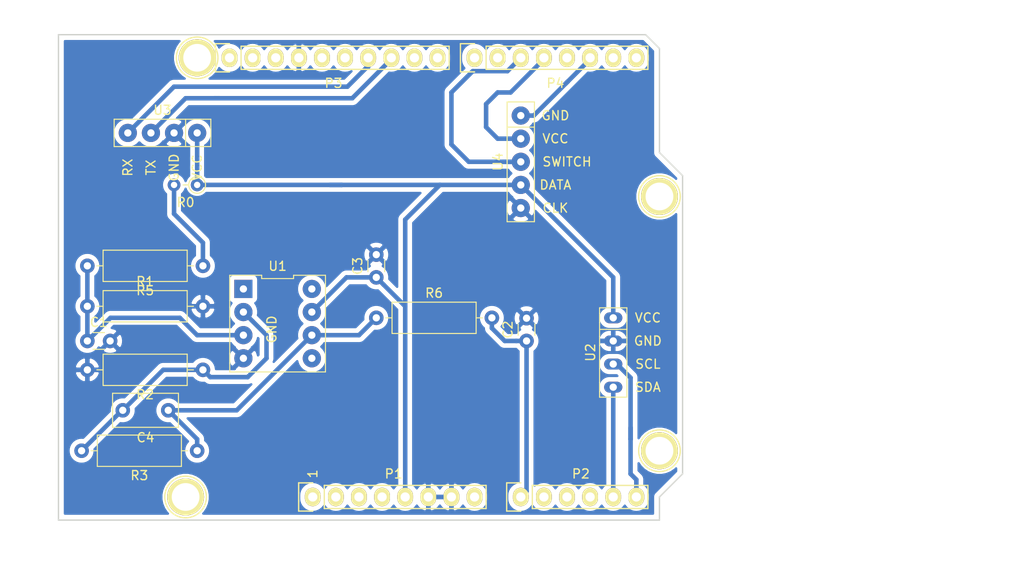
<source format=kicad_pcb>
(kicad_pcb (version 20171130) (host pcbnew "(5.1.2)-2")

  (general
    (thickness 1.6)
    (drawings 27)
    (tracks 91)
    (zones 0)
    (modules 22)
    (nets 42)
  )

  (page A4)
  (title_block
    (date "lun. 30 mars 2015")
  )

  (layers
    (0 F.Cu signal)
    (31 B.Cu signal)
    (32 B.Adhes user)
    (33 F.Adhes user)
    (34 B.Paste user)
    (35 F.Paste user)
    (36 B.SilkS user)
    (37 F.SilkS user)
    (38 B.Mask user)
    (39 F.Mask user)
    (40 Dwgs.User user)
    (41 Cmts.User user)
    (42 Eco1.User user)
    (43 Eco2.User user)
    (44 Edge.Cuts user)
    (45 Margin user)
    (46 B.CrtYd user)
    (47 F.CrtYd user)
    (48 B.Fab user)
    (49 F.Fab user)
  )

  (setup
    (last_trace_width 0.5)
    (trace_clearance 0.2)
    (zone_clearance 0.508)
    (zone_45_only no)
    (trace_min 0.2)
    (via_size 0.6)
    (via_drill 0.4)
    (via_min_size 0.4)
    (via_min_drill 0.3)
    (uvia_size 0.3)
    (uvia_drill 0.1)
    (uvias_allowed no)
    (uvia_min_size 0.2)
    (uvia_min_drill 0.1)
    (edge_width 0.15)
    (segment_width 0.15)
    (pcb_text_width 0.3)
    (pcb_text_size 1.5 1.5)
    (mod_edge_width 0.15)
    (mod_text_size 1 1)
    (mod_text_width 0.15)
    (pad_size 2 2)
    (pad_drill 0.8)
    (pad_to_mask_clearance 0)
    (aux_axis_origin 110.998 126.365)
    (grid_origin 110.998 126.365)
    (visible_elements 7FFFFFFF)
    (pcbplotparams
      (layerselection 0x00000_ffffffff)
      (usegerberextensions false)
      (usegerberattributes false)
      (usegerberadvancedattributes false)
      (creategerberjobfile false)
      (excludeedgelayer true)
      (linewidth 0.100000)
      (plotframeref false)
      (viasonmask false)
      (mode 1)
      (useauxorigin false)
      (hpglpennumber 1)
      (hpglpenspeed 20)
      (hpglpendiameter 15.000000)
      (psnegative false)
      (psa4output false)
      (plotreference true)
      (plotvalue true)
      (plotinvisibletext false)
      (padsonsilk false)
      (subtractmaskfromsilk false)
      (outputformat 1)
      (mirror false)
      (drillshape 0)
      (scaleselection 1)
      (outputdirectory "../"))
  )

  (net 0 "")
  (net 1 /IOREF)
  (net 2 /Reset)
  (net 3 +5V)
  (net 4 GND)
  (net 5 /Vin)
  (net 6 /A1)
  (net 7 /A2)
  (net 8 /A3)
  (net 9 /AREF)
  (net 10 /8)
  (net 11 /7)
  (net 12 "/6(**)")
  (net 13 "/3(**)")
  (net 14 "/1(Tx)")
  (net 15 "/0(Rx)")
  (net 16 "Net-(P5-Pad1)")
  (net 17 "Net-(P6-Pad1)")
  (net 18 "Net-(P7-Pad1)")
  (net 19 "Net-(P8-Pad1)")
  (net 20 "/13(SCK)")
  (net 21 "Net-(P1-Pad1)")
  (net 22 +3V3)
  (net 23 "/12(MISO)")
  (net 24 IN+)
  (net 25 ADC)
  (net 26 IN-)
  (net 27 "Net-(C4-Pad1)")
  (net 28 SDA)
  (net 29 SCK)
  (net 30 "Net-(P3-Pad1)")
  (net 31 "Net-(P3-Pad2)")
  (net 32 TX)
  (net 33 RX)
  (net 34 /9)
  (net 35 SWITCH)
  (net 36 DATA)
  (net 37 CLK)
  (net 38 "Net-(R0-Pad2)")
  (net 39 "Net-(U1-Pad5)")
  (net 40 "Net-(U1-Pad1)")
  (net 41 "Net-(U1-Pad8)")

  (net_class Default "This is the default net class."
    (clearance 0.2)
    (trace_width 0.5)
    (via_dia 0.6)
    (via_drill 0.4)
    (uvia_dia 0.3)
    (uvia_drill 0.1)
    (add_net +3V3)
    (add_net +5V)
    (add_net "/0(Rx)")
    (add_net "/1(Tx)")
    (add_net "/12(MISO)")
    (add_net "/13(SCK)")
    (add_net "/3(**)")
    (add_net "/6(**)")
    (add_net /7)
    (add_net /8)
    (add_net /9)
    (add_net /A1)
    (add_net /A2)
    (add_net /A3)
    (add_net /AREF)
    (add_net /IOREF)
    (add_net /Reset)
    (add_net /Vin)
    (add_net ADC)
    (add_net CLK)
    (add_net DATA)
    (add_net GND)
    (add_net IN+)
    (add_net IN-)
    (add_net "Net-(C4-Pad1)")
    (add_net "Net-(P1-Pad1)")
    (add_net "Net-(P3-Pad1)")
    (add_net "Net-(P3-Pad2)")
    (add_net "Net-(P5-Pad1)")
    (add_net "Net-(P6-Pad1)")
    (add_net "Net-(P7-Pad1)")
    (add_net "Net-(P8-Pad1)")
    (add_net "Net-(R0-Pad2)")
    (add_net "Net-(U1-Pad1)")
    (add_net "Net-(U1-Pad5)")
    (add_net "Net-(U1-Pad8)")
    (add_net RX)
    (add_net SCK)
    (add_net SDA)
    (add_net SWITCH)
    (add_net TX)
  )

  (module ProjetCABINET:OLED (layer F.Cu) (tedit 60420490) (tstamp 60425158)
    (at 171.958 107.95 270)
    (path /60428F15)
    (fp_text reference U2 (at 0 2.5 90) (layer F.SilkS)
      (effects (font (size 1 1) (thickness 0.15)))
    )
    (fp_text value OLED (at 0 -2.5 90) (layer F.Fab)
      (effects (font (size 1 1) (thickness 0.15)))
    )
    (fp_text user SDA (at 3.81 -3.81) (layer F.SilkS)
      (effects (font (size 1 1) (thickness 0.15)))
    )
    (fp_text user SCL (at 1.27 -3.81) (layer F.SilkS)
      (effects (font (size 1 1) (thickness 0.15)))
    )
    (fp_text user VCC (at -3.81 -3.81) (layer F.SilkS)
      (effects (font (size 1 1) (thickness 0.15)))
    )
    (fp_text user GND (at -1.27 -3.81 180) (layer F.SilkS)
      (effects (font (size 1 1) (thickness 0.15)))
    )
    (fp_line (start -4.66 1.25) (end -4.66 -1.25) (layer F.CrtYd) (width 0.05))
    (fp_line (start 4.66 1.25) (end -4.66 1.25) (layer F.CrtYd) (width 0.05))
    (fp_line (start 4.66 -1.25) (end 4.66 1.25) (layer F.CrtYd) (width 0.05))
    (fp_line (start -4.66 -1.25) (end 4.66 -1.25) (layer F.CrtYd) (width 0.05))
    (fp_line (start -2.54 -1.5) (end -2.54 1.5) (layer F.SilkS) (width 0.12))
    (fp_line (start -4.91 1.5) (end -4.91 -1.5) (layer F.SilkS) (width 0.12))
    (fp_line (start 4.91 1.5) (end -4.91 1.5) (layer F.SilkS) (width 0.12))
    (fp_line (start 4.91 -1.5) (end 4.91 1.5) (layer F.SilkS) (width 0.12))
    (fp_line (start -4.91 -1.5) (end 4.91 -1.5) (layer F.SilkS) (width 0.12))
    (pad 4 thru_hole oval (at 3.81 0 270) (size 1.2 2) (drill 0.8) (layers *.Cu *.Mask)
      (net 28 SDA))
    (pad 3 thru_hole oval (at 1.27 0 270) (size 1.2 2) (drill 0.8) (layers *.Cu *.Mask)
      (net 29 SCK))
    (pad 2 thru_hole oval (at -1.27 0 270) (size 1.2 2) (drill 0.8) (layers *.Cu *.Mask)
      (net 4 GND))
    (pad 1 thru_hole oval (at -3.81 0 270) (size 1.2 2) (drill 0.8) (layers *.Cu *.Mask)
      (net 3 +5V))
  )

  (module ProjetCABINET:Roue (layer F.Cu) (tedit 6041F2E6) (tstamp 60425184)
    (at 161.798 86.995 270)
    (path /6042A411)
    (fp_text reference U4 (at 0 2.5 90) (layer F.SilkS)
      (effects (font (size 1 1) (thickness 0.15)))
    )
    (fp_text value ROUE (at 0 -2.5 90) (layer F.Fab)
      (effects (font (size 1 1) (thickness 0.15)))
    )
    (fp_text user CLK (at 5.08 -3.81) (layer F.SilkS)
      (effects (font (size 1 1) (thickness 0.15)))
    )
    (fp_text user DATA (at 2.54 -3.81) (layer F.SilkS)
      (effects (font (size 1 1) (thickness 0.15)))
    )
    (fp_text user SWITCH (at 0 -5.08) (layer F.SilkS)
      (effects (font (size 1 1) (thickness 0.15)))
    )
    (fp_text user VCC (at -2.54 -3.81) (layer F.SilkS)
      (effects (font (size 1 1) (thickness 0.15)))
    )
    (fp_text user GND (at -5.08 -3.81) (layer F.SilkS)
      (effects (font (size 1 1) (thickness 0.15)))
    )
    (fp_line (start -6.33 1.25) (end -6.33 -1.25) (layer F.CrtYd) (width 0.05))
    (fp_line (start 6.33 1.25) (end -6.33 1.25) (layer F.CrtYd) (width 0.05))
    (fp_line (start 6.33 -1.25) (end 6.33 1.25) (layer F.CrtYd) (width 0.05))
    (fp_line (start -6.33 -1.25) (end 6.33 -1.25) (layer F.CrtYd) (width 0.05))
    (fp_line (start -3.81 -1.5) (end -3.81 1.5) (layer F.SilkS) (width 0.12))
    (fp_line (start -6.58 1.5) (end -6.58 -1.5) (layer F.SilkS) (width 0.12))
    (fp_line (start 6.58 1.5) (end -6.58 1.5) (layer F.SilkS) (width 0.12))
    (fp_line (start 6.58 -1.5) (end 6.58 1.5) (layer F.SilkS) (width 0.12))
    (fp_line (start -6.58 -1.5) (end 6.58 -1.5) (layer F.SilkS) (width 0.12))
    (pad 5 thru_hole circle (at 5.08 0 270) (size 2 2) (drill 0.8) (layers *.Cu *.Mask)
      (net 4 GND))
    (pad 4 thru_hole circle (at 2.54 0 270) (size 2 2) (drill 0.8) (layers *.Cu *.Mask)
      (net 3 +5V))
    (pad 3 thru_hole circle (at 0 0 270) (size 2 2) (drill 0.8) (layers *.Cu *.Mask)
      (net 35 SWITCH))
    (pad 2 thru_hole circle (at -2.54 0 270) (size 2 2) (drill 0.8) (layers *.Cu *.Mask)
      (net 36 DATA))
    (pad 1 thru_hole circle (at -5.08 0 270) (size 2 2) (drill 0.8) (layers *.Cu *.Mask)
      (net 37 CLK))
  )

  (module ProjetCABINET:HC05 (layer F.Cu) (tedit 6041F1EB) (tstamp 6042516D)
    (at 122.428 83.82 180)
    (path /60429A73)
    (fp_text reference U3 (at 0 2.5) (layer F.SilkS)
      (effects (font (size 1 1) (thickness 0.15)))
    )
    (fp_text value Blueooth-HC05 (at 0 -2.5) (layer F.Fab)
      (effects (font (size 1 1) (thickness 0.15)))
    )
    (fp_text user RX (at 3.81 -3.81 90) (layer F.SilkS)
      (effects (font (size 1 1) (thickness 0.15)))
    )
    (fp_text user TX (at 1.27 -3.81 90) (layer F.SilkS)
      (effects (font (size 1 1) (thickness 0.15)))
    )
    (fp_text user GND (at -1.27 -3.81 90) (layer F.SilkS)
      (effects (font (size 1 1) (thickness 0.15)))
    )
    (fp_text user VCC (at -3.81 -3.81 90) (layer F.SilkS)
      (effects (font (size 1 1) (thickness 0.15)))
    )
    (fp_line (start -5.06 1.25) (end -5.06 -1.25) (layer F.CrtYd) (width 0.05))
    (fp_line (start 5.06 1.25) (end -5.06 1.25) (layer F.CrtYd) (width 0.05))
    (fp_line (start 5.06 -1.25) (end 5.06 1.25) (layer F.CrtYd) (width 0.05))
    (fp_line (start -5.06 -1.25) (end 5.06 -1.25) (layer F.CrtYd) (width 0.05))
    (fp_line (start -2.54 -1.5) (end -2.54 1.5) (layer F.SilkS) (width 0.12))
    (fp_line (start -5.31 1.5) (end -5.31 -1.5) (layer F.SilkS) (width 0.12))
    (fp_line (start 5.31 1.5) (end -5.31 1.5) (layer F.SilkS) (width 0.12))
    (fp_line (start 5.31 -1.5) (end 5.31 1.5) (layer F.SilkS) (width 0.12))
    (fp_line (start -5.31 -1.5) (end 5.31 -1.5) (layer F.SilkS) (width 0.12))
    (pad 4 thru_hole circle (at 3.81 0 180) (size 2 2) (drill 0.8) (layers *.Cu *.Mask)
      (net 32 TX))
    (pad 3 thru_hole circle (at 1.27 0 180) (size 2 2) (drill 0.8) (layers *.Cu *.Mask)
      (net 33 RX))
    (pad 2 thru_hole circle (at -1.27 0 180) (size 2 2) (drill 0.8) (layers *.Cu *.Mask)
      (net 4 GND))
    (pad 1 thru_hole circle (at -3.81 0 180) (size 2 2) (drill 0.8) (layers *.Cu *.Mask)
      (net 3 +5V))
  )

  (module ProjetCABINET:LTC1050 (layer F.Cu) (tedit 604202BB) (tstamp 60425143)
    (at 135.078 104.775 270)
    (path /60427A02)
    (fp_text reference U1 (at -6.31 0) (layer F.SilkS)
      (effects (font (size 1 1) (thickness 0.15)))
    )
    (fp_text value LTC1050 (at 0 0 90) (layer F.Fab)
      (effects (font (size 1 1) (thickness 0.15)))
    )
    (fp_text user GND (at 0.635 0.635 90) (layer F.SilkS)
      (effects (font (size 1 1) (thickness 0.15)))
    )
    (fp_line (start -5.06 5.01) (end -5.06 -5.01) (layer F.CrtYd) (width 0.05))
    (fp_line (start 5.06 5.01) (end -5.06 5.01) (layer F.CrtYd) (width 0.05))
    (fp_line (start 5.06 -5.01) (end 5.06 5.01) (layer F.CrtYd) (width 0.05))
    (fp_line (start -5.06 -5.01) (end 5.06 -5.01) (layer F.CrtYd) (width 0.05))
    (fp_line (start -5.31 1.753333) (end -5.31 5.26) (layer F.SilkS) (width 0.12))
    (fp_line (start -4.95 1.753333) (end -5.31 1.753333) (layer F.SilkS) (width 0.12))
    (fp_line (start -4.95 -1.753333) (end -4.95 1.753333) (layer F.SilkS) (width 0.12))
    (fp_line (start -5.31 -1.753333) (end -4.95 -1.753333) (layer F.SilkS) (width 0.12))
    (fp_line (start -5.31 -5.26) (end -5.31 -1.753333) (layer F.SilkS) (width 0.12))
    (fp_line (start 5.31 -5.26) (end -5.31 -5.26) (layer F.SilkS) (width 0.12))
    (fp_line (start 5.31 5.26) (end 5.31 -5.26) (layer F.SilkS) (width 0.12))
    (fp_line (start -5.31 5.26) (end 5.31 5.26) (layer F.SilkS) (width 0.12))
    (pad 4 thru_hole circle (at 3.81 3.76 270) (size 2 2) (drill 0.8) (layers *.Cu *.Mask)
      (net 4 GND))
    (pad 5 thru_hole circle (at 3.81 -3.76 270) (size 2 2) (drill 0.8) (layers *.Cu *.Mask)
      (net 39 "Net-(U1-Pad5)"))
    (pad 3 thru_hole circle (at 1.27 3.76 270) (size 2 2) (drill 0.8) (layers *.Cu *.Mask)
      (net 24 IN+))
    (pad 6 thru_hole circle (at 1.27 -3.76 270) (size 2 2) (drill 0.8) (layers *.Cu *.Mask)
      (net 27 "Net-(C4-Pad1)"))
    (pad 2 thru_hole circle (at -1.27 3.76 270) (size 2 2) (drill 0.8) (layers *.Cu *.Mask)
      (net 26 IN-))
    (pad 7 thru_hole circle (at -1.27 -3.76 270) (size 2 2) (drill 0.8) (layers *.Cu *.Mask)
      (net 3 +5V))
    (pad 1 thru_hole rect (at -3.81 3.76 270) (size 2 2) (drill 0.8) (layers *.Cu *.Mask)
      (net 40 "Net-(U1-Pad1)"))
    (pad 8 thru_hole circle (at -3.81 -3.76 270) (size 2 2) (drill 0.8) (layers *.Cu *.Mask)
      (net 41 "Net-(U1-Pad8)"))
  )

  (module Resistor_THT:R_Axial_DIN0309_L9.0mm_D3.2mm_P12.70mm_Horizontal (layer F.Cu) (tedit 5AE5139B) (tstamp 6042512A)
    (at 145.923 104.14)
    (descr "Resistor, Axial_DIN0309 series, Axial, Horizontal, pin pitch=12.7mm, 0.5W = 1/2W, length*diameter=9*3.2mm^2, http://cdn-reichelt.de/documents/datenblatt/B400/1_4W%23YAG.pdf")
    (tags "Resistor Axial_DIN0309 series Axial Horizontal pin pitch 12.7mm 0.5W = 1/2W length 9mm diameter 3.2mm")
    (path /60434638)
    (fp_text reference R6 (at 6.35 -2.72) (layer F.SilkS)
      (effects (font (size 1 1) (thickness 0.15)))
    )
    (fp_text value 1k (at 6.35 2.72) (layer F.Fab)
      (effects (font (size 1 1) (thickness 0.15)))
    )
    (fp_text user %R (at 6.35 0) (layer F.Fab)
      (effects (font (size 1 1) (thickness 0.15)))
    )
    (fp_line (start 13.75 -1.85) (end -1.05 -1.85) (layer F.CrtYd) (width 0.05))
    (fp_line (start 13.75 1.85) (end 13.75 -1.85) (layer F.CrtYd) (width 0.05))
    (fp_line (start -1.05 1.85) (end 13.75 1.85) (layer F.CrtYd) (width 0.05))
    (fp_line (start -1.05 -1.85) (end -1.05 1.85) (layer F.CrtYd) (width 0.05))
    (fp_line (start 11.66 0) (end 10.97 0) (layer F.SilkS) (width 0.12))
    (fp_line (start 1.04 0) (end 1.73 0) (layer F.SilkS) (width 0.12))
    (fp_line (start 10.97 -1.72) (end 1.73 -1.72) (layer F.SilkS) (width 0.12))
    (fp_line (start 10.97 1.72) (end 10.97 -1.72) (layer F.SilkS) (width 0.12))
    (fp_line (start 1.73 1.72) (end 10.97 1.72) (layer F.SilkS) (width 0.12))
    (fp_line (start 1.73 -1.72) (end 1.73 1.72) (layer F.SilkS) (width 0.12))
    (fp_line (start 12.7 0) (end 10.85 0) (layer F.Fab) (width 0.1))
    (fp_line (start 0 0) (end 1.85 0) (layer F.Fab) (width 0.1))
    (fp_line (start 10.85 -1.6) (end 1.85 -1.6) (layer F.Fab) (width 0.1))
    (fp_line (start 10.85 1.6) (end 10.85 -1.6) (layer F.Fab) (width 0.1))
    (fp_line (start 1.85 1.6) (end 10.85 1.6) (layer F.Fab) (width 0.1))
    (fp_line (start 1.85 -1.6) (end 1.85 1.6) (layer F.Fab) (width 0.1))
    (pad 2 thru_hole oval (at 12.7 0) (size 1.6 1.6) (drill 0.8) (layers *.Cu *.Mask)
      (net 25 ADC))
    (pad 1 thru_hole circle (at 0 0) (size 1.6 1.6) (drill 0.8) (layers *.Cu *.Mask)
      (net 27 "Net-(C4-Pad1)"))
    (model ${KISYS3DMOD}/Resistor_THT.3dshapes/R_Axial_DIN0309_L9.0mm_D3.2mm_P12.70mm_Horizontal.wrl
      (at (xyz 0 0 0))
      (scale (xyz 1 1 1))
      (rotate (xyz 0 0 0))
    )
  )

  (module Resistor_THT:R_Axial_DIN0309_L9.0mm_D3.2mm_P12.70mm_Horizontal (layer F.Cu) (tedit 5AE5139B) (tstamp 60425113)
    (at 126.873 98.425 180)
    (descr "Resistor, Axial_DIN0309 series, Axial, Horizontal, pin pitch=12.7mm, 0.5W = 1/2W, length*diameter=9*3.2mm^2, http://cdn-reichelt.de/documents/datenblatt/B400/1_4W%23YAG.pdf")
    (tags "Resistor Axial_DIN0309 series Axial Horizontal pin pitch 12.7mm 0.5W = 1/2W length 9mm diameter 3.2mm")
    (path /60432610)
    (fp_text reference R5 (at 6.35 -2.72) (layer F.SilkS)
      (effects (font (size 1 1) (thickness 0.15)))
    )
    (fp_text value 10k (at 6.35 2.72) (layer F.Fab)
      (effects (font (size 1 1) (thickness 0.15)))
    )
    (fp_text user %R (at 6.35 0) (layer F.Fab)
      (effects (font (size 1 1) (thickness 0.15)))
    )
    (fp_line (start 13.75 -1.85) (end -1.05 -1.85) (layer F.CrtYd) (width 0.05))
    (fp_line (start 13.75 1.85) (end 13.75 -1.85) (layer F.CrtYd) (width 0.05))
    (fp_line (start -1.05 1.85) (end 13.75 1.85) (layer F.CrtYd) (width 0.05))
    (fp_line (start -1.05 -1.85) (end -1.05 1.85) (layer F.CrtYd) (width 0.05))
    (fp_line (start 11.66 0) (end 10.97 0) (layer F.SilkS) (width 0.12))
    (fp_line (start 1.04 0) (end 1.73 0) (layer F.SilkS) (width 0.12))
    (fp_line (start 10.97 -1.72) (end 1.73 -1.72) (layer F.SilkS) (width 0.12))
    (fp_line (start 10.97 1.72) (end 10.97 -1.72) (layer F.SilkS) (width 0.12))
    (fp_line (start 1.73 1.72) (end 10.97 1.72) (layer F.SilkS) (width 0.12))
    (fp_line (start 1.73 -1.72) (end 1.73 1.72) (layer F.SilkS) (width 0.12))
    (fp_line (start 12.7 0) (end 10.85 0) (layer F.Fab) (width 0.1))
    (fp_line (start 0 0) (end 1.85 0) (layer F.Fab) (width 0.1))
    (fp_line (start 10.85 -1.6) (end 1.85 -1.6) (layer F.Fab) (width 0.1))
    (fp_line (start 10.85 1.6) (end 10.85 -1.6) (layer F.Fab) (width 0.1))
    (fp_line (start 1.85 1.6) (end 10.85 1.6) (layer F.Fab) (width 0.1))
    (fp_line (start 1.85 -1.6) (end 1.85 1.6) (layer F.Fab) (width 0.1))
    (pad 2 thru_hole oval (at 12.7 0 180) (size 1.6 1.6) (drill 0.8) (layers *.Cu *.Mask)
      (net 24 IN+))
    (pad 1 thru_hole circle (at 0 0 180) (size 1.6 1.6) (drill 0.8) (layers *.Cu *.Mask)
      (net 38 "Net-(R0-Pad2)"))
    (model ${KISYS3DMOD}/Resistor_THT.3dshapes/R_Axial_DIN0309_L9.0mm_D3.2mm_P12.70mm_Horizontal.wrl
      (at (xyz 0 0 0))
      (scale (xyz 1 1 1))
      (rotate (xyz 0 0 0))
    )
  )

  (module Resistor_THT:R_Axial_DIN0309_L9.0mm_D3.2mm_P12.70mm_Horizontal (layer F.Cu) (tedit 5AE5139B) (tstamp 604250FC)
    (at 126.238 118.745 180)
    (descr "Resistor, Axial_DIN0309 series, Axial, Horizontal, pin pitch=12.7mm, 0.5W = 1/2W, length*diameter=9*3.2mm^2, http://cdn-reichelt.de/documents/datenblatt/B400/1_4W%23YAG.pdf")
    (tags "Resistor Axial_DIN0309 series Axial Horizontal pin pitch 12.7mm 0.5W = 1/2W length 9mm diameter 3.2mm")
    (path /60433803)
    (fp_text reference R3 (at 6.35 -2.72) (layer F.SilkS)
      (effects (font (size 1 1) (thickness 0.15)))
    )
    (fp_text value 100k (at 6.35 2.72) (layer F.Fab)
      (effects (font (size 1 1) (thickness 0.15)))
    )
    (fp_text user %R (at 6.35 0) (layer F.Fab)
      (effects (font (size 1 1) (thickness 0.15)))
    )
    (fp_line (start 13.75 -1.85) (end -1.05 -1.85) (layer F.CrtYd) (width 0.05))
    (fp_line (start 13.75 1.85) (end 13.75 -1.85) (layer F.CrtYd) (width 0.05))
    (fp_line (start -1.05 1.85) (end 13.75 1.85) (layer F.CrtYd) (width 0.05))
    (fp_line (start -1.05 -1.85) (end -1.05 1.85) (layer F.CrtYd) (width 0.05))
    (fp_line (start 11.66 0) (end 10.97 0) (layer F.SilkS) (width 0.12))
    (fp_line (start 1.04 0) (end 1.73 0) (layer F.SilkS) (width 0.12))
    (fp_line (start 10.97 -1.72) (end 1.73 -1.72) (layer F.SilkS) (width 0.12))
    (fp_line (start 10.97 1.72) (end 10.97 -1.72) (layer F.SilkS) (width 0.12))
    (fp_line (start 1.73 1.72) (end 10.97 1.72) (layer F.SilkS) (width 0.12))
    (fp_line (start 1.73 -1.72) (end 1.73 1.72) (layer F.SilkS) (width 0.12))
    (fp_line (start 12.7 0) (end 10.85 0) (layer F.Fab) (width 0.1))
    (fp_line (start 0 0) (end 1.85 0) (layer F.Fab) (width 0.1))
    (fp_line (start 10.85 -1.6) (end 1.85 -1.6) (layer F.Fab) (width 0.1))
    (fp_line (start 10.85 1.6) (end 10.85 -1.6) (layer F.Fab) (width 0.1))
    (fp_line (start 1.85 1.6) (end 10.85 1.6) (layer F.Fab) (width 0.1))
    (fp_line (start 1.85 -1.6) (end 1.85 1.6) (layer F.Fab) (width 0.1))
    (pad 2 thru_hole oval (at 12.7 0 180) (size 1.6 1.6) (drill 0.8) (layers *.Cu *.Mask)
      (net 26 IN-))
    (pad 1 thru_hole circle (at 0 0 180) (size 1.6 1.6) (drill 0.8) (layers *.Cu *.Mask)
      (net 27 "Net-(C4-Pad1)"))
    (model ${KISYS3DMOD}/Resistor_THT.3dshapes/R_Axial_DIN0309_L9.0mm_D3.2mm_P12.70mm_Horizontal.wrl
      (at (xyz 0 0 0))
      (scale (xyz 1 1 1))
      (rotate (xyz 0 0 0))
    )
  )

  (module Resistor_THT:R_Axial_DIN0309_L9.0mm_D3.2mm_P12.70mm_Horizontal (layer F.Cu) (tedit 5AE5139B) (tstamp 604250E5)
    (at 126.873 109.855 180)
    (descr "Resistor, Axial_DIN0309 series, Axial, Horizontal, pin pitch=12.7mm, 0.5W = 1/2W, length*diameter=9*3.2mm^2, http://cdn-reichelt.de/documents/datenblatt/B400/1_4W%23YAG.pdf")
    (tags "Resistor Axial_DIN0309 series Axial Horizontal pin pitch 12.7mm 0.5W = 1/2W length 9mm diameter 3.2mm")
    (path /60433F6B)
    (fp_text reference R2 (at 6.35 -2.72) (layer F.SilkS)
      (effects (font (size 1 1) (thickness 0.15)))
    )
    (fp_text value 1k (at 6.35 2.72) (layer F.Fab)
      (effects (font (size 1 1) (thickness 0.15)))
    )
    (fp_text user %R (at 6.35 0) (layer F.Fab)
      (effects (font (size 1 1) (thickness 0.15)))
    )
    (fp_line (start 13.75 -1.85) (end -1.05 -1.85) (layer F.CrtYd) (width 0.05))
    (fp_line (start 13.75 1.85) (end 13.75 -1.85) (layer F.CrtYd) (width 0.05))
    (fp_line (start -1.05 1.85) (end 13.75 1.85) (layer F.CrtYd) (width 0.05))
    (fp_line (start -1.05 -1.85) (end -1.05 1.85) (layer F.CrtYd) (width 0.05))
    (fp_line (start 11.66 0) (end 10.97 0) (layer F.SilkS) (width 0.12))
    (fp_line (start 1.04 0) (end 1.73 0) (layer F.SilkS) (width 0.12))
    (fp_line (start 10.97 -1.72) (end 1.73 -1.72) (layer F.SilkS) (width 0.12))
    (fp_line (start 10.97 1.72) (end 10.97 -1.72) (layer F.SilkS) (width 0.12))
    (fp_line (start 1.73 1.72) (end 10.97 1.72) (layer F.SilkS) (width 0.12))
    (fp_line (start 1.73 -1.72) (end 1.73 1.72) (layer F.SilkS) (width 0.12))
    (fp_line (start 12.7 0) (end 10.85 0) (layer F.Fab) (width 0.1))
    (fp_line (start 0 0) (end 1.85 0) (layer F.Fab) (width 0.1))
    (fp_line (start 10.85 -1.6) (end 1.85 -1.6) (layer F.Fab) (width 0.1))
    (fp_line (start 10.85 1.6) (end 10.85 -1.6) (layer F.Fab) (width 0.1))
    (fp_line (start 1.85 1.6) (end 10.85 1.6) (layer F.Fab) (width 0.1))
    (fp_line (start 1.85 -1.6) (end 1.85 1.6) (layer F.Fab) (width 0.1))
    (pad 2 thru_hole oval (at 12.7 0 180) (size 1.6 1.6) (drill 0.8) (layers *.Cu *.Mask)
      (net 4 GND))
    (pad 1 thru_hole circle (at 0 0 180) (size 1.6 1.6) (drill 0.8) (layers *.Cu *.Mask)
      (net 26 IN-))
    (model ${KISYS3DMOD}/Resistor_THT.3dshapes/R_Axial_DIN0309_L9.0mm_D3.2mm_P12.70mm_Horizontal.wrl
      (at (xyz 0 0 0))
      (scale (xyz 1 1 1))
      (rotate (xyz 0 0 0))
    )
  )

  (module Resistor_THT:R_Axial_DIN0309_L9.0mm_D3.2mm_P12.70mm_Horizontal (layer F.Cu) (tedit 5AE5139B) (tstamp 604250CE)
    (at 114.173 102.87)
    (descr "Resistor, Axial_DIN0309 series, Axial, Horizontal, pin pitch=12.7mm, 0.5W = 1/2W, length*diameter=9*3.2mm^2, http://cdn-reichelt.de/documents/datenblatt/B400/1_4W%23YAG.pdf")
    (tags "Resistor Axial_DIN0309 series Axial Horizontal pin pitch 12.7mm 0.5W = 1/2W length 9mm diameter 3.2mm")
    (path /60432F47)
    (fp_text reference R1 (at 6.35 -2.72) (layer F.SilkS)
      (effects (font (size 1 1) (thickness 0.15)))
    )
    (fp_text value 100k (at 6.35 2.72) (layer F.Fab)
      (effects (font (size 1 1) (thickness 0.15)))
    )
    (fp_text user %R (at 6.35 0) (layer F.Fab)
      (effects (font (size 1 1) (thickness 0.15)))
    )
    (fp_line (start 13.75 -1.85) (end -1.05 -1.85) (layer F.CrtYd) (width 0.05))
    (fp_line (start 13.75 1.85) (end 13.75 -1.85) (layer F.CrtYd) (width 0.05))
    (fp_line (start -1.05 1.85) (end 13.75 1.85) (layer F.CrtYd) (width 0.05))
    (fp_line (start -1.05 -1.85) (end -1.05 1.85) (layer F.CrtYd) (width 0.05))
    (fp_line (start 11.66 0) (end 10.97 0) (layer F.SilkS) (width 0.12))
    (fp_line (start 1.04 0) (end 1.73 0) (layer F.SilkS) (width 0.12))
    (fp_line (start 10.97 -1.72) (end 1.73 -1.72) (layer F.SilkS) (width 0.12))
    (fp_line (start 10.97 1.72) (end 10.97 -1.72) (layer F.SilkS) (width 0.12))
    (fp_line (start 1.73 1.72) (end 10.97 1.72) (layer F.SilkS) (width 0.12))
    (fp_line (start 1.73 -1.72) (end 1.73 1.72) (layer F.SilkS) (width 0.12))
    (fp_line (start 12.7 0) (end 10.85 0) (layer F.Fab) (width 0.1))
    (fp_line (start 0 0) (end 1.85 0) (layer F.Fab) (width 0.1))
    (fp_line (start 10.85 -1.6) (end 1.85 -1.6) (layer F.Fab) (width 0.1))
    (fp_line (start 10.85 1.6) (end 10.85 -1.6) (layer F.Fab) (width 0.1))
    (fp_line (start 1.85 1.6) (end 10.85 1.6) (layer F.Fab) (width 0.1))
    (fp_line (start 1.85 -1.6) (end 1.85 1.6) (layer F.Fab) (width 0.1))
    (pad 2 thru_hole oval (at 12.7 0) (size 1.6 1.6) (drill 0.8) (layers *.Cu *.Mask)
      (net 4 GND))
    (pad 1 thru_hole circle (at 0 0) (size 1.6 1.6) (drill 0.8) (layers *.Cu *.Mask)
      (net 24 IN+))
    (model ${KISYS3DMOD}/Resistor_THT.3dshapes/R_Axial_DIN0309_L9.0mm_D3.2mm_P12.70mm_Horizontal.wrl
      (at (xyz 0 0 0))
      (scale (xyz 1 1 1))
      (rotate (xyz 0 0 0))
    )
  )

  (module Resistor_THT:R_Axial_DIN0204_L3.6mm_D1.6mm_P2.54mm_Vertical (layer F.Cu) (tedit 5AE5139B) (tstamp 604250B7)
    (at 126.238 89.535 180)
    (descr "Resistor, Axial_DIN0204 series, Axial, Vertical, pin pitch=2.54mm, 0.167W, length*diameter=3.6*1.6mm^2, http://cdn-reichelt.de/documents/datenblatt/B400/1_4W%23YAG.pdf")
    (tags "Resistor Axial_DIN0204 series Axial Vertical pin pitch 2.54mm 0.167W length 3.6mm diameter 1.6mm")
    (path /60431C52)
    (fp_text reference R0 (at 1.27 -1.92) (layer F.SilkS)
      (effects (font (size 1 1) (thickness 0.15)))
    )
    (fp_text value Rsensor (at 1.27 1.92 270) (layer F.Fab)
      (effects (font (size 1 1) (thickness 0.15)))
    )
    (fp_text user %R (at 1.27 -1.92) (layer F.Fab)
      (effects (font (size 1 1) (thickness 0.15)))
    )
    (fp_line (start 3.49 -1.05) (end -1.05 -1.05) (layer F.CrtYd) (width 0.05))
    (fp_line (start 3.49 1.05) (end 3.49 -1.05) (layer F.CrtYd) (width 0.05))
    (fp_line (start -1.05 1.05) (end 3.49 1.05) (layer F.CrtYd) (width 0.05))
    (fp_line (start -1.05 -1.05) (end -1.05 1.05) (layer F.CrtYd) (width 0.05))
    (fp_line (start 0.92 0) (end 1.54 0) (layer F.SilkS) (width 0.12))
    (fp_line (start 0 0) (end 2.54 0) (layer F.Fab) (width 0.1))
    (fp_circle (center 0 0) (end 0.92 0) (layer F.SilkS) (width 0.12))
    (fp_circle (center 0 0) (end 0.8 0) (layer F.Fab) (width 0.1))
    (pad 2 thru_hole oval (at 2.54 0 180) (size 1.4 1.4) (drill 0.7) (layers *.Cu *.Mask)
      (net 38 "Net-(R0-Pad2)"))
    (pad 1 thru_hole circle (at 0 0 180) (size 1.4 1.4) (drill 0.7) (layers *.Cu *.Mask)
      (net 3 +5V))
    (model ${KISYS3DMOD}/Resistor_THT.3dshapes/R_Axial_DIN0204_L3.6mm_D1.6mm_P2.54mm_Vertical.wrl
      (at (xyz 0 0 0))
      (scale (xyz 1 1 1))
      (rotate (xyz 0 0 0))
    )
  )

  (module Capacitor_THT:C_Rect_L7.0mm_W3.5mm_P5.00mm (layer F.Cu) (tedit 5AE50EF0) (tstamp 60424FD0)
    (at 123.063 114.3 180)
    (descr "C, Rect series, Radial, pin pitch=5.00mm, , length*width=7*3.5mm^2, Capacitor")
    (tags "C Rect series Radial pin pitch 5.00mm  length 7mm width 3.5mm Capacitor")
    (path /60435CD0)
    (fp_text reference C4 (at 2.5 -3) (layer F.SilkS)
      (effects (font (size 1 1) (thickness 0.15)))
    )
    (fp_text value 1u (at 2.5 3) (layer F.Fab)
      (effects (font (size 1 1) (thickness 0.15)))
    )
    (fp_text user %R (at 2.5 0) (layer F.Fab)
      (effects (font (size 1 1) (thickness 0.15)))
    )
    (fp_line (start 6.25 -2) (end -1.25 -2) (layer F.CrtYd) (width 0.05))
    (fp_line (start 6.25 2) (end 6.25 -2) (layer F.CrtYd) (width 0.05))
    (fp_line (start -1.25 2) (end 6.25 2) (layer F.CrtYd) (width 0.05))
    (fp_line (start -1.25 -2) (end -1.25 2) (layer F.CrtYd) (width 0.05))
    (fp_line (start 6.12 -1.87) (end 6.12 1.87) (layer F.SilkS) (width 0.12))
    (fp_line (start -1.12 -1.87) (end -1.12 1.87) (layer F.SilkS) (width 0.12))
    (fp_line (start -1.12 1.87) (end 6.12 1.87) (layer F.SilkS) (width 0.12))
    (fp_line (start -1.12 -1.87) (end 6.12 -1.87) (layer F.SilkS) (width 0.12))
    (fp_line (start 6 -1.75) (end -1 -1.75) (layer F.Fab) (width 0.1))
    (fp_line (start 6 1.75) (end 6 -1.75) (layer F.Fab) (width 0.1))
    (fp_line (start -1 1.75) (end 6 1.75) (layer F.Fab) (width 0.1))
    (fp_line (start -1 -1.75) (end -1 1.75) (layer F.Fab) (width 0.1))
    (pad 2 thru_hole circle (at 5 0 180) (size 1.6 1.6) (drill 0.8) (layers *.Cu *.Mask)
      (net 26 IN-))
    (pad 1 thru_hole circle (at 0 0 180) (size 1.6 1.6) (drill 0.8) (layers *.Cu *.Mask)
      (net 27 "Net-(C4-Pad1)"))
    (model ${KISYS3DMOD}/Capacitor_THT.3dshapes/C_Rect_L7.0mm_W3.5mm_P5.00mm.wrl
      (at (xyz 0 0 0))
      (scale (xyz 1 1 1))
      (rotate (xyz 0 0 0))
    )
  )

  (module Capacitor_THT:C_Disc_D3.0mm_W1.6mm_P2.50mm (layer F.Cu) (tedit 5AE50EF0) (tstamp 60424FBD)
    (at 145.923 99.695 90)
    (descr "C, Disc series, Radial, pin pitch=2.50mm, , diameter*width=3.0*1.6mm^2, Capacitor, http://www.vishay.com/docs/45233/krseries.pdf")
    (tags "C Disc series Radial pin pitch 2.50mm  diameter 3.0mm width 1.6mm Capacitor")
    (path /60435580)
    (fp_text reference C3 (at 1.25 -2.05 90) (layer F.SilkS)
      (effects (font (size 1 1) (thickness 0.15)))
    )
    (fp_text value 100n (at 1.25 2.05 90) (layer F.Fab)
      (effects (font (size 1 1) (thickness 0.15)))
    )
    (fp_text user %R (at 1.25 0 90) (layer F.Fab)
      (effects (font (size 0.6 0.6) (thickness 0.09)))
    )
    (fp_line (start 3.55 -1.05) (end -1.05 -1.05) (layer F.CrtYd) (width 0.05))
    (fp_line (start 3.55 1.05) (end 3.55 -1.05) (layer F.CrtYd) (width 0.05))
    (fp_line (start -1.05 1.05) (end 3.55 1.05) (layer F.CrtYd) (width 0.05))
    (fp_line (start -1.05 -1.05) (end -1.05 1.05) (layer F.CrtYd) (width 0.05))
    (fp_line (start 0.621 0.92) (end 1.879 0.92) (layer F.SilkS) (width 0.12))
    (fp_line (start 0.621 -0.92) (end 1.879 -0.92) (layer F.SilkS) (width 0.12))
    (fp_line (start 2.75 -0.8) (end -0.25 -0.8) (layer F.Fab) (width 0.1))
    (fp_line (start 2.75 0.8) (end 2.75 -0.8) (layer F.Fab) (width 0.1))
    (fp_line (start -0.25 0.8) (end 2.75 0.8) (layer F.Fab) (width 0.1))
    (fp_line (start -0.25 -0.8) (end -0.25 0.8) (layer F.Fab) (width 0.1))
    (pad 2 thru_hole circle (at 2.5 0 90) (size 1.6 1.6) (drill 0.8) (layers *.Cu *.Mask)
      (net 4 GND))
    (pad 1 thru_hole circle (at 0 0 90) (size 1.6 1.6) (drill 0.8) (layers *.Cu *.Mask)
      (net 3 +5V))
    (model ${KISYS3DMOD}/Capacitor_THT.3dshapes/C_Disc_D3.0mm_W1.6mm_P2.50mm.wrl
      (at (xyz 0 0 0))
      (scale (xyz 1 1 1))
      (rotate (xyz 0 0 0))
    )
  )

  (module Capacitor_THT:C_Disc_D3.0mm_W1.6mm_P2.50mm (layer F.Cu) (tedit 5AE50EF0) (tstamp 60424FAC)
    (at 162.433 106.68 90)
    (descr "C, Disc series, Radial, pin pitch=2.50mm, , diameter*width=3.0*1.6mm^2, Capacitor, http://www.vishay.com/docs/45233/krseries.pdf")
    (tags "C Disc series Radial pin pitch 2.50mm  diameter 3.0mm width 1.6mm Capacitor")
    (path /60436567)
    (fp_text reference C2 (at 1.25 -2.05 90) (layer F.SilkS)
      (effects (font (size 1 1) (thickness 0.15)))
    )
    (fp_text value 100n (at 1.25 2.05 90) (layer F.Fab)
      (effects (font (size 1 1) (thickness 0.15)))
    )
    (fp_text user %R (at 1.25 0 90) (layer F.Fab)
      (effects (font (size 0.6 0.6) (thickness 0.09)))
    )
    (fp_line (start 3.55 -1.05) (end -1.05 -1.05) (layer F.CrtYd) (width 0.05))
    (fp_line (start 3.55 1.05) (end 3.55 -1.05) (layer F.CrtYd) (width 0.05))
    (fp_line (start -1.05 1.05) (end 3.55 1.05) (layer F.CrtYd) (width 0.05))
    (fp_line (start -1.05 -1.05) (end -1.05 1.05) (layer F.CrtYd) (width 0.05))
    (fp_line (start 0.621 0.92) (end 1.879 0.92) (layer F.SilkS) (width 0.12))
    (fp_line (start 0.621 -0.92) (end 1.879 -0.92) (layer F.SilkS) (width 0.12))
    (fp_line (start 2.75 -0.8) (end -0.25 -0.8) (layer F.Fab) (width 0.1))
    (fp_line (start 2.75 0.8) (end 2.75 -0.8) (layer F.Fab) (width 0.1))
    (fp_line (start -0.25 0.8) (end 2.75 0.8) (layer F.Fab) (width 0.1))
    (fp_line (start -0.25 -0.8) (end -0.25 0.8) (layer F.Fab) (width 0.1))
    (pad 2 thru_hole circle (at 2.5 0 90) (size 1.6 1.6) (drill 0.8) (layers *.Cu *.Mask)
      (net 4 GND))
    (pad 1 thru_hole circle (at 0 0 90) (size 1.6 1.6) (drill 0.8) (layers *.Cu *.Mask)
      (net 25 ADC))
    (model ${KISYS3DMOD}/Capacitor_THT.3dshapes/C_Disc_D3.0mm_W1.6mm_P2.50mm.wrl
      (at (xyz 0 0 0))
      (scale (xyz 1 1 1))
      (rotate (xyz 0 0 0))
    )
  )

  (module Capacitor_THT:C_Disc_D3.0mm_W1.6mm_P2.50mm (layer F.Cu) (tedit 5AE50EF0) (tstamp 60424F9B)
    (at 114.173 106.68)
    (descr "C, Disc series, Radial, pin pitch=2.50mm, , diameter*width=3.0*1.6mm^2, Capacitor, http://www.vishay.com/docs/45233/krseries.pdf")
    (tags "C Disc series Radial pin pitch 2.50mm  diameter 3.0mm width 1.6mm Capacitor")
    (path /60434D70)
    (fp_text reference C1 (at 1.25 -2.05) (layer F.SilkS)
      (effects (font (size 1 1) (thickness 0.15)))
    )
    (fp_text value 100n (at 1.25 2.05) (layer F.Fab)
      (effects (font (size 1 1) (thickness 0.15)))
    )
    (fp_text user %R (at 1.25 0) (layer F.Fab)
      (effects (font (size 0.6 0.6) (thickness 0.09)))
    )
    (fp_line (start 3.55 -1.05) (end -1.05 -1.05) (layer F.CrtYd) (width 0.05))
    (fp_line (start 3.55 1.05) (end 3.55 -1.05) (layer F.CrtYd) (width 0.05))
    (fp_line (start -1.05 1.05) (end 3.55 1.05) (layer F.CrtYd) (width 0.05))
    (fp_line (start -1.05 -1.05) (end -1.05 1.05) (layer F.CrtYd) (width 0.05))
    (fp_line (start 0.621 0.92) (end 1.879 0.92) (layer F.SilkS) (width 0.12))
    (fp_line (start 0.621 -0.92) (end 1.879 -0.92) (layer F.SilkS) (width 0.12))
    (fp_line (start 2.75 -0.8) (end -0.25 -0.8) (layer F.Fab) (width 0.1))
    (fp_line (start 2.75 0.8) (end 2.75 -0.8) (layer F.Fab) (width 0.1))
    (fp_line (start -0.25 0.8) (end 2.75 0.8) (layer F.Fab) (width 0.1))
    (fp_line (start -0.25 -0.8) (end -0.25 0.8) (layer F.Fab) (width 0.1))
    (pad 2 thru_hole circle (at 2.5 0) (size 1.6 1.6) (drill 0.8) (layers *.Cu *.Mask)
      (net 4 GND))
    (pad 1 thru_hole circle (at 0 0) (size 1.6 1.6) (drill 0.8) (layers *.Cu *.Mask)
      (net 24 IN+))
    (model ${KISYS3DMOD}/Capacitor_THT.3dshapes/C_Disc_D3.0mm_W1.6mm_P2.50mm.wrl
      (at (xyz 0 0 0))
      (scale (xyz 1 1 1))
      (rotate (xyz 0 0 0))
    )
  )

  (module Socket_Arduino_Uno:Socket_Strip_Arduino_1x08 locked (layer F.Cu) (tedit 552168D2) (tstamp 551AF9EA)
    (at 138.938 123.825)
    (descr "Through hole socket strip")
    (tags "socket strip")
    (path /56D70129)
    (fp_text reference P1 (at 8.89 -2.54) (layer F.SilkS)
      (effects (font (size 1 1) (thickness 0.15)))
    )
    (fp_text value Power (at 8.89 -4.064) (layer F.Fab)
      (effects (font (size 1 1) (thickness 0.15)))
    )
    (fp_line (start -1.75 -1.75) (end -1.75 1.75) (layer F.CrtYd) (width 0.05))
    (fp_line (start 19.55 -1.75) (end 19.55 1.75) (layer F.CrtYd) (width 0.05))
    (fp_line (start -1.75 -1.75) (end 19.55 -1.75) (layer F.CrtYd) (width 0.05))
    (fp_line (start -1.75 1.75) (end 19.55 1.75) (layer F.CrtYd) (width 0.05))
    (fp_line (start 1.27 1.27) (end 19.05 1.27) (layer F.SilkS) (width 0.15))
    (fp_line (start 19.05 1.27) (end 19.05 -1.27) (layer F.SilkS) (width 0.15))
    (fp_line (start 19.05 -1.27) (end 1.27 -1.27) (layer F.SilkS) (width 0.15))
    (fp_line (start -1.55 1.55) (end 0 1.55) (layer F.SilkS) (width 0.15))
    (fp_line (start 1.27 1.27) (end 1.27 -1.27) (layer F.SilkS) (width 0.15))
    (fp_line (start 0 -1.55) (end -1.55 -1.55) (layer F.SilkS) (width 0.15))
    (fp_line (start -1.55 -1.55) (end -1.55 1.55) (layer F.SilkS) (width 0.15))
    (pad 1 thru_hole oval (at 0 0) (size 1.7272 2.032) (drill 1.016) (layers *.Cu *.Mask F.SilkS)
      (net 21 "Net-(P1-Pad1)"))
    (pad 2 thru_hole oval (at 2.54 0) (size 1.7272 2.032) (drill 1.016) (layers *.Cu *.Mask F.SilkS)
      (net 1 /IOREF))
    (pad 3 thru_hole oval (at 5.08 0) (size 1.7272 2.032) (drill 1.016) (layers *.Cu *.Mask F.SilkS)
      (net 2 /Reset))
    (pad 4 thru_hole oval (at 7.62 0) (size 1.7272 2.032) (drill 1.016) (layers *.Cu *.Mask F.SilkS)
      (net 22 +3V3))
    (pad 5 thru_hole oval (at 10.16 0) (size 1.7272 2.032) (drill 1.016) (layers *.Cu *.Mask F.SilkS)
      (net 3 +5V))
    (pad 6 thru_hole oval (at 12.7 0) (size 1.7272 2.032) (drill 1.016) (layers *.Cu *.Mask F.SilkS)
      (net 4 GND))
    (pad 7 thru_hole oval (at 15.24 0) (size 1.7272 2.032) (drill 1.016) (layers *.Cu *.Mask F.SilkS)
      (net 4 GND))
    (pad 8 thru_hole oval (at 17.78 0) (size 1.7272 2.032) (drill 1.016) (layers *.Cu *.Mask F.SilkS)
      (net 5 /Vin))
    (model ${KIPRJMOD}/Socket_Arduino_Uno.3dshapes/Socket_header_Arduino_1x08.wrl
      (offset (xyz 8.889999866485596 0 0))
      (scale (xyz 1 1 1))
      (rotate (xyz 0 0 180))
    )
  )

  (module Socket_Arduino_Uno:Socket_Strip_Arduino_1x06 locked (layer F.Cu) (tedit 552168D6) (tstamp 551AF9FF)
    (at 161.798 123.825)
    (descr "Through hole socket strip")
    (tags "socket strip")
    (path /56D70DD8)
    (fp_text reference P2 (at 6.604 -2.54) (layer F.SilkS)
      (effects (font (size 1 1) (thickness 0.15)))
    )
    (fp_text value Analog (at 6.604 -4.064) (layer F.Fab)
      (effects (font (size 1 1) (thickness 0.15)))
    )
    (fp_line (start -1.75 -1.75) (end -1.75 1.75) (layer F.CrtYd) (width 0.05))
    (fp_line (start 14.45 -1.75) (end 14.45 1.75) (layer F.CrtYd) (width 0.05))
    (fp_line (start -1.75 -1.75) (end 14.45 -1.75) (layer F.CrtYd) (width 0.05))
    (fp_line (start -1.75 1.75) (end 14.45 1.75) (layer F.CrtYd) (width 0.05))
    (fp_line (start 1.27 1.27) (end 13.97 1.27) (layer F.SilkS) (width 0.15))
    (fp_line (start 13.97 1.27) (end 13.97 -1.27) (layer F.SilkS) (width 0.15))
    (fp_line (start 13.97 -1.27) (end 1.27 -1.27) (layer F.SilkS) (width 0.15))
    (fp_line (start -1.55 1.55) (end 0 1.55) (layer F.SilkS) (width 0.15))
    (fp_line (start 1.27 1.27) (end 1.27 -1.27) (layer F.SilkS) (width 0.15))
    (fp_line (start 0 -1.55) (end -1.55 -1.55) (layer F.SilkS) (width 0.15))
    (fp_line (start -1.55 -1.55) (end -1.55 1.55) (layer F.SilkS) (width 0.15))
    (pad 1 thru_hole oval (at 0 0) (size 1.7272 2.032) (drill 1.016) (layers *.Cu *.Mask F.SilkS)
      (net 25 ADC))
    (pad 2 thru_hole oval (at 2.54 0) (size 1.7272 2.032) (drill 1.016) (layers *.Cu *.Mask F.SilkS)
      (net 6 /A1))
    (pad 3 thru_hole oval (at 5.08 0) (size 1.7272 2.032) (drill 1.016) (layers *.Cu *.Mask F.SilkS)
      (net 7 /A2))
    (pad 4 thru_hole oval (at 7.62 0) (size 1.7272 2.032) (drill 1.016) (layers *.Cu *.Mask F.SilkS)
      (net 8 /A3))
    (pad 5 thru_hole oval (at 10.16 0) (size 1.7272 2.032) (drill 1.016) (layers *.Cu *.Mask F.SilkS)
      (net 28 SDA))
    (pad 6 thru_hole oval (at 12.7 0) (size 1.7272 2.032) (drill 1.016) (layers *.Cu *.Mask F.SilkS)
      (net 29 SCK))
    (model ${KIPRJMOD}/Socket_Arduino_Uno.3dshapes/Socket_header_Arduino_1x06.wrl
      (offset (xyz 6.349999904632568 0 0))
      (scale (xyz 1 1 1))
      (rotate (xyz 0 0 180))
    )
  )

  (module Socket_Arduino_Uno:Socket_Strip_Arduino_1x10 locked (layer F.Cu) (tedit 552168BF) (tstamp 551AFA18)
    (at 129.794 75.565)
    (descr "Through hole socket strip")
    (tags "socket strip")
    (path /56D721E0)
    (fp_text reference P3 (at 11.43 2.794) (layer F.SilkS)
      (effects (font (size 1 1) (thickness 0.15)))
    )
    (fp_text value Digital (at 11.43 4.318) (layer F.Fab)
      (effects (font (size 1 1) (thickness 0.15)))
    )
    (fp_line (start -1.75 -1.75) (end -1.75 1.75) (layer F.CrtYd) (width 0.05))
    (fp_line (start 24.65 -1.75) (end 24.65 1.75) (layer F.CrtYd) (width 0.05))
    (fp_line (start -1.75 -1.75) (end 24.65 -1.75) (layer F.CrtYd) (width 0.05))
    (fp_line (start -1.75 1.75) (end 24.65 1.75) (layer F.CrtYd) (width 0.05))
    (fp_line (start 1.27 1.27) (end 24.13 1.27) (layer F.SilkS) (width 0.15))
    (fp_line (start 24.13 1.27) (end 24.13 -1.27) (layer F.SilkS) (width 0.15))
    (fp_line (start 24.13 -1.27) (end 1.27 -1.27) (layer F.SilkS) (width 0.15))
    (fp_line (start -1.55 1.55) (end 0 1.55) (layer F.SilkS) (width 0.15))
    (fp_line (start 1.27 1.27) (end 1.27 -1.27) (layer F.SilkS) (width 0.15))
    (fp_line (start 0 -1.55) (end -1.55 -1.55) (layer F.SilkS) (width 0.15))
    (fp_line (start -1.55 -1.55) (end -1.55 1.55) (layer F.SilkS) (width 0.15))
    (pad 1 thru_hole oval (at 0 0) (size 1.7272 2.032) (drill 1.016) (layers *.Cu *.Mask F.SilkS)
      (net 30 "Net-(P3-Pad1)"))
    (pad 2 thru_hole oval (at 2.54 0) (size 1.7272 2.032) (drill 1.016) (layers *.Cu *.Mask F.SilkS)
      (net 31 "Net-(P3-Pad2)"))
    (pad 3 thru_hole oval (at 5.08 0) (size 1.7272 2.032) (drill 1.016) (layers *.Cu *.Mask F.SilkS)
      (net 9 /AREF))
    (pad 4 thru_hole oval (at 7.62 0) (size 1.7272 2.032) (drill 1.016) (layers *.Cu *.Mask F.SilkS)
      (net 4 GND))
    (pad 5 thru_hole oval (at 10.16 0) (size 1.7272 2.032) (drill 1.016) (layers *.Cu *.Mask F.SilkS)
      (net 20 "/13(SCK)"))
    (pad 6 thru_hole oval (at 12.7 0) (size 1.7272 2.032) (drill 1.016) (layers *.Cu *.Mask F.SilkS)
      (net 23 "/12(MISO)"))
    (pad 7 thru_hole oval (at 15.24 0) (size 1.7272 2.032) (drill 1.016) (layers *.Cu *.Mask F.SilkS)
      (net 32 TX))
    (pad 8 thru_hole oval (at 17.78 0) (size 1.7272 2.032) (drill 1.016) (layers *.Cu *.Mask F.SilkS)
      (net 33 RX))
    (pad 9 thru_hole oval (at 20.32 0) (size 1.7272 2.032) (drill 1.016) (layers *.Cu *.Mask F.SilkS)
      (net 34 /9))
    (pad 10 thru_hole oval (at 22.86 0) (size 1.7272 2.032) (drill 1.016) (layers *.Cu *.Mask F.SilkS)
      (net 10 /8))
    (model ${KIPRJMOD}/Socket_Arduino_Uno.3dshapes/Socket_header_Arduino_1x10.wrl
      (offset (xyz 11.42999982833862 0 0))
      (scale (xyz 1 1 1))
      (rotate (xyz 0 0 180))
    )
  )

  (module Socket_Arduino_Uno:Socket_Strip_Arduino_1x08 locked (layer F.Cu) (tedit 552168C7) (tstamp 551AFA2F)
    (at 156.718 75.565)
    (descr "Through hole socket strip")
    (tags "socket strip")
    (path /56D7164F)
    (fp_text reference P4 (at 8.89 2.794) (layer F.SilkS)
      (effects (font (size 1 1) (thickness 0.15)))
    )
    (fp_text value Digital (at 8.89 4.318) (layer F.Fab)
      (effects (font (size 1 1) (thickness 0.15)))
    )
    (fp_line (start -1.75 -1.75) (end -1.75 1.75) (layer F.CrtYd) (width 0.05))
    (fp_line (start 19.55 -1.75) (end 19.55 1.75) (layer F.CrtYd) (width 0.05))
    (fp_line (start -1.75 -1.75) (end 19.55 -1.75) (layer F.CrtYd) (width 0.05))
    (fp_line (start -1.75 1.75) (end 19.55 1.75) (layer F.CrtYd) (width 0.05))
    (fp_line (start 1.27 1.27) (end 19.05 1.27) (layer F.SilkS) (width 0.15))
    (fp_line (start 19.05 1.27) (end 19.05 -1.27) (layer F.SilkS) (width 0.15))
    (fp_line (start 19.05 -1.27) (end 1.27 -1.27) (layer F.SilkS) (width 0.15))
    (fp_line (start -1.55 1.55) (end 0 1.55) (layer F.SilkS) (width 0.15))
    (fp_line (start 1.27 1.27) (end 1.27 -1.27) (layer F.SilkS) (width 0.15))
    (fp_line (start 0 -1.55) (end -1.55 -1.55) (layer F.SilkS) (width 0.15))
    (fp_line (start -1.55 -1.55) (end -1.55 1.55) (layer F.SilkS) (width 0.15))
    (pad 1 thru_hole oval (at 0 0) (size 1.7272 2.032) (drill 1.016) (layers *.Cu *.Mask F.SilkS)
      (net 11 /7))
    (pad 2 thru_hole oval (at 2.54 0) (size 1.7272 2.032) (drill 1.016) (layers *.Cu *.Mask F.SilkS)
      (net 12 "/6(**)"))
    (pad 3 thru_hole oval (at 5.08 0) (size 1.7272 2.032) (drill 1.016) (layers *.Cu *.Mask F.SilkS)
      (net 35 SWITCH))
    (pad 4 thru_hole oval (at 7.62 0) (size 1.7272 2.032) (drill 1.016) (layers *.Cu *.Mask F.SilkS)
      (net 36 DATA))
    (pad 5 thru_hole oval (at 10.16 0) (size 1.7272 2.032) (drill 1.016) (layers *.Cu *.Mask F.SilkS)
      (net 13 "/3(**)"))
    (pad 6 thru_hole oval (at 12.7 0) (size 1.7272 2.032) (drill 1.016) (layers *.Cu *.Mask F.SilkS)
      (net 37 CLK))
    (pad 7 thru_hole oval (at 15.24 0) (size 1.7272 2.032) (drill 1.016) (layers *.Cu *.Mask F.SilkS)
      (net 14 "/1(Tx)"))
    (pad 8 thru_hole oval (at 17.78 0) (size 1.7272 2.032) (drill 1.016) (layers *.Cu *.Mask F.SilkS)
      (net 15 "/0(Rx)"))
    (model ${KIPRJMOD}/Socket_Arduino_Uno.3dshapes/Socket_header_Arduino_1x08.wrl
      (offset (xyz 8.889999866485596 0 0))
      (scale (xyz 1 1 1))
      (rotate (xyz 0 0 180))
    )
  )

  (module Socket_Arduino_Uno:Arduino_1pin locked (layer F.Cu) (tedit 5524FC39) (tstamp 5524FC3F)
    (at 124.968 123.825)
    (descr "module 1 pin (ou trou mecanique de percage)")
    (tags DEV)
    (path /56D71177)
    (fp_text reference P5 (at 0 -3.048) (layer F.SilkS) hide
      (effects (font (size 1 1) (thickness 0.15)))
    )
    (fp_text value CONN_01X01 (at 0 2.794) (layer F.Fab) hide
      (effects (font (size 1 1) (thickness 0.15)))
    )
    (fp_circle (center 0 0) (end 0 -2.286) (layer F.SilkS) (width 0.15))
    (pad 1 thru_hole circle (at 0 0) (size 4.064 4.064) (drill 3.048) (layers *.Cu *.Mask F.SilkS)
      (net 16 "Net-(P5-Pad1)"))
  )

  (module Socket_Arduino_Uno:Arduino_1pin locked (layer F.Cu) (tedit 5524FC4A) (tstamp 5524FC44)
    (at 177.038 118.745)
    (descr "module 1 pin (ou trou mecanique de percage)")
    (tags DEV)
    (path /56D71274)
    (fp_text reference P6 (at 0 -3.048) (layer F.SilkS) hide
      (effects (font (size 1 1) (thickness 0.15)))
    )
    (fp_text value CONN_01X01 (at 0 2.794) (layer F.Fab) hide
      (effects (font (size 1 1) (thickness 0.15)))
    )
    (fp_circle (center 0 0) (end 0 -2.286) (layer F.SilkS) (width 0.15))
    (pad 1 thru_hole circle (at 0 0) (size 4.064 4.064) (drill 3.048) (layers *.Cu *.Mask F.SilkS)
      (net 17 "Net-(P6-Pad1)"))
  )

  (module Socket_Arduino_Uno:Arduino_1pin locked (layer F.Cu) (tedit 5524FC2F) (tstamp 5524FC49)
    (at 126.238 75.565)
    (descr "module 1 pin (ou trou mecanique de percage)")
    (tags DEV)
    (path /56D712A8)
    (fp_text reference P7 (at 0 -3.048) (layer F.SilkS) hide
      (effects (font (size 1 1) (thickness 0.15)))
    )
    (fp_text value CONN_01X01 (at 0 2.794) (layer F.Fab) hide
      (effects (font (size 1 1) (thickness 0.15)))
    )
    (fp_circle (center 0 0) (end 0 -2.286) (layer F.SilkS) (width 0.15))
    (pad 1 thru_hole circle (at 0 0) (size 4.064 4.064) (drill 3.048) (layers *.Cu *.Mask F.SilkS)
      (net 18 "Net-(P7-Pad1)"))
  )

  (module Socket_Arduino_Uno:Arduino_1pin locked (layer F.Cu) (tedit 5524FC41) (tstamp 5524FC4E)
    (at 177.038 90.805)
    (descr "module 1 pin (ou trou mecanique de percage)")
    (tags DEV)
    (path /56D712DB)
    (fp_text reference P8 (at 0 -3.048) (layer F.SilkS) hide
      (effects (font (size 1 1) (thickness 0.15)))
    )
    (fp_text value CONN_01X01 (at 0 2.794) (layer F.Fab) hide
      (effects (font (size 1 1) (thickness 0.15)))
    )
    (fp_circle (center 0 0) (end 0 -2.286) (layer F.SilkS) (width 0.15))
    (pad 1 thru_hole circle (at 0 0) (size 4.064 4.064) (drill 3.048) (layers *.Cu *.Mask F.SilkS)
      (net 19 "Net-(P8-Pad1)"))
  )

  (gr_text 1 (at 138.938 121.285 90) (layer F.SilkS)
    (effects (font (size 1 1) (thickness 0.15)))
  )
  (gr_circle (center 117.348 76.962) (end 118.618 76.962) (layer Dwgs.User) (width 0.15))
  (gr_line (start 114.427 78.994) (end 114.427 74.93) (angle 90) (layer Dwgs.User) (width 0.15))
  (gr_line (start 120.269 78.994) (end 114.427 78.994) (angle 90) (layer Dwgs.User) (width 0.15))
  (gr_line (start 120.269 74.93) (end 120.269 78.994) (angle 90) (layer Dwgs.User) (width 0.15))
  (gr_line (start 114.427 74.93) (end 120.269 74.93) (angle 90) (layer Dwgs.User) (width 0.15))
  (gr_line (start 196.088 88.9) (end 180.213 88.9) (angle 90) (layer Dwgs.User) (width 0.15))
  (gr_line (start 177.038 74.549) (end 175.514 73.025) (angle 90) (layer Edge.Cuts) (width 0.15))
  (gr_line (start 177.038 85.979) (end 177.038 74.549) (angle 90) (layer Edge.Cuts) (width 0.15))
  (gr_line (start 179.578 88.519) (end 177.038 85.979) (angle 90) (layer Edge.Cuts) (width 0.15))
  (gr_line (start 179.578 121.285) (end 179.578 88.519) (angle 90) (layer Edge.Cuts) (width 0.15))
  (gr_line (start 177.038 123.825) (end 179.578 121.285) (angle 90) (layer Edge.Cuts) (width 0.15))
  (gr_line (start 177.038 126.365) (end 177.038 123.825) (angle 90) (layer Edge.Cuts) (width 0.15))
  (gr_line (start 110.998 126.365) (end 177.038 126.365) (angle 90) (layer Edge.Cuts) (width 0.15))
  (gr_line (start 110.998 73.025) (end 110.998 126.365) (angle 90) (layer Edge.Cuts) (width 0.15))
  (gr_line (start 175.514 73.025) (end 110.998 73.025) (angle 90) (layer Edge.Cuts) (width 0.15))
  (gr_line (start 173.355 102.235) (end 173.355 94.615) (angle 90) (layer Dwgs.User) (width 0.15))
  (gr_line (start 178.435 102.235) (end 173.355 102.235) (angle 90) (layer Dwgs.User) (width 0.15))
  (gr_line (start 178.435 94.615) (end 178.435 102.235) (angle 90) (layer Dwgs.User) (width 0.15))
  (gr_line (start 173.355 94.615) (end 178.435 94.615) (angle 90) (layer Dwgs.User) (width 0.15))
  (gr_line (start 109.093 123.19) (end 109.093 114.3) (angle 90) (layer Dwgs.User) (width 0.15))
  (gr_line (start 122.428 123.19) (end 109.093 123.19) (angle 90) (layer Dwgs.User) (width 0.15))
  (gr_line (start 217.043 114.935) (end 217.043 123.825) (angle 90) (layer Dwgs.User) (width 0.15))
  (gr_line (start 203.708 114.935) (end 217.043 114.935) (angle 90) (layer Dwgs.User) (width 0.15))
  (gr_line (start 104.648 93.98) (end 104.648 82.55) (angle 90) (layer Dwgs.User) (width 0.15))
  (gr_line (start 128.778 88.265) (end 117.348 88.265) (angle 90) (layer Dwgs.User) (width 0.15))
  (gr_line (start 104.648 82.55) (end 120.523 82.55) (angle 90) (layer Dwgs.User) (width 0.15))

  (segment (start 149.098 123.825) (end 149.098 123.6726) (width 0.5) (layer F.Cu) (net 3))
  (segment (start 126.238 85.234213) (end 126.238 89.535) (width 0.5) (layer B.Cu) (net 3))
  (segment (start 126.238 83.82) (end 126.238 85.234213) (width 0.5) (layer B.Cu) (net 3))
  (segment (start 126.238 89.535) (end 142.113 89.535) (width 0.5) (layer B.Cu) (net 3))
  (segment (start 140.843 89.535) (end 142.113 89.535) (width 0.5) (layer B.Cu) (net 3))
  (segment (start 142.648 99.695) (end 145.923 99.695) (width 0.5) (layer B.Cu) (net 3))
  (segment (start 138.838 103.505) (end 142.648 99.695) (width 0.5) (layer B.Cu) (net 3))
  (segment (start 146.722999 100.494999) (end 145.923 99.695) (width 0.5) (layer B.Cu) (net 3))
  (segment (start 149.098 102.87) (end 146.722999 100.494999) (width 0.5) (layer B.Cu) (net 3))
  (segment (start 149.098 123.825) (end 149.098 102.87) (width 0.5) (layer B.Cu) (net 3))
  (segment (start 171.958 103.505) (end 171.958 104.14) (width 0.5) (layer B.Cu) (net 3))
  (segment (start 171.958 99.695) (end 171.958 104.14) (width 0.5) (layer B.Cu) (net 3))
  (segment (start 161.798 89.535) (end 171.958 99.695) (width 0.5) (layer B.Cu) (net 3))
  (segment (start 149.098 93.345) (end 152.908 89.535) (width 0.5) (layer B.Cu) (net 3))
  (segment (start 149.098 102.87) (end 149.098 93.345) (width 0.5) (layer B.Cu) (net 3))
  (segment (start 142.113 89.535) (end 152.908 89.535) (width 0.5) (layer B.Cu) (net 3))
  (segment (start 152.908 89.535) (end 161.798 89.535) (width 0.5) (layer B.Cu) (net 3))
  (segment (start 137.414 75.7174) (end 137.414 75.565) (width 0.5) (layer B.Cu) (net 4))
  (segment (start 171.958 106.68) (end 172.358 106.68) (width 0.5) (layer B.Cu) (net 4))
  (segment (start 114.173 98.425) (end 114.173 102.87) (width 0.5) (layer B.Cu) (net 24))
  (segment (start 114.173 102.87) (end 114.173 106.68) (width 0.5) (layer B.Cu) (net 24))
  (segment (start 126.238 106.045) (end 131.318 106.045) (width 0.5) (layer B.Cu) (net 24))
  (segment (start 124.333 104.14) (end 126.238 106.045) (width 0.5) (layer B.Cu) (net 24))
  (segment (start 114.173 106.68) (end 116.713 104.14) (width 0.5) (layer B.Cu) (net 24))
  (segment (start 116.713 104.14) (end 124.333 104.14) (width 0.5) (layer B.Cu) (net 24))
  (segment (start 161.30163 106.68) (end 162.433 106.68) (width 0.5) (layer B.Cu) (net 25))
  (segment (start 160.03163 106.68) (end 161.30163 106.68) (width 0.5) (layer B.Cu) (net 25))
  (segment (start 158.623 105.27137) (end 160.03163 106.68) (width 0.5) (layer B.Cu) (net 25))
  (segment (start 158.623 104.14) (end 158.623 105.27137) (width 0.5) (layer B.Cu) (net 25))
  (segment (start 162.433 123.19) (end 161.798 123.825) (width 0.5) (layer B.Cu) (net 25))
  (segment (start 162.433 106.68) (end 162.433 123.19) (width 0.5) (layer B.Cu) (net 25))
  (segment (start 132.317999 104.504999) (end 131.318 103.505) (width 0.5) (layer B.Cu) (net 26))
  (segment (start 133.858 106.045) (end 132.317999 104.504999) (width 0.5) (layer B.Cu) (net 26))
  (segment (start 133.858 108.585) (end 133.858 106.045) (width 0.5) (layer B.Cu) (net 26))
  (segment (start 131.788001 110.654999) (end 133.858 108.585) (width 0.5) (layer B.Cu) (net 26))
  (segment (start 126.873 109.855) (end 127.672999 110.654999) (width 0.5) (layer B.Cu) (net 26))
  (segment (start 127.672999 110.654999) (end 131.788001 110.654999) (width 0.5) (layer B.Cu) (net 26))
  (segment (start 122.508 109.855) (end 126.873 109.855) (width 0.5) (layer B.Cu) (net 26))
  (segment (start 118.063 114.3) (end 122.508 109.855) (width 0.5) (layer B.Cu) (net 26))
  (segment (start 117.983 114.3) (end 118.063 114.3) (width 0.5) (layer B.Cu) (net 26))
  (segment (start 113.538 118.745) (end 117.983 114.3) (width 0.5) (layer B.Cu) (net 26))
  (segment (start 126.238 117.475) (end 123.063 114.3) (width 0.5) (layer B.Cu) (net 27))
  (segment (start 126.238 118.745) (end 126.238 117.475) (width 0.5) (layer B.Cu) (net 27))
  (segment (start 130.583 114.3) (end 138.838 106.045) (width 0.5) (layer B.Cu) (net 27))
  (segment (start 123.063 114.3) (end 130.583 114.3) (width 0.5) (layer B.Cu) (net 27))
  (segment (start 138.838 106.045) (end 144.018 106.045) (width 0.5) (layer B.Cu) (net 27))
  (segment (start 144.018 106.045) (end 145.923 104.14) (width 0.5) (layer B.Cu) (net 27))
  (segment (start 171.958 112.86) (end 171.958 123.825) (width 0.5) (layer B.Cu) (net 28))
  (segment (start 171.958 111.76) (end 171.958 112.86) (width 0.5) (layer B.Cu) (net 28))
  (segment (start 171.958 109.22) (end 172.358 109.22) (width 0.5) (layer B.Cu) (net 29))
  (segment (start 174.498 121.92) (end 174.498 123.825) (width 0.5) (layer B.Cu) (net 29))
  (segment (start 173.863 121.285) (end 174.498 121.92) (width 0.5) (layer B.Cu) (net 29))
  (segment (start 172.358 109.22) (end 173.863 110.725) (width 0.5) (layer B.Cu) (net 29))
  (segment (start 173.863 117.475) (end 173.863 121.285) (width 0.5) (layer B.Cu) (net 29))
  (segment (start 173.863 116.205) (end 173.863 117.475) (width 0.5) (layer B.Cu) (net 29))
  (segment (start 173.863 110.725) (end 173.863 117.475) (width 0.5) (layer B.Cu) (net 29))
  (segment (start 145.034 76.581) (end 145.034 75.565) (width 0.5) (layer B.Cu) (net 32))
  (segment (start 145.034 75.7174) (end 145.034 75.565) (width 0.5) (layer B.Cu) (net 32))
  (segment (start 145.034 76.454) (end 145.034 75.565) (width 0.5) (layer B.Cu) (net 32))
  (segment (start 142.748 78.74) (end 145.034 76.454) (width 0.5) (layer B.Cu) (net 32))
  (segment (start 118.618 83.82) (end 123.698 78.74) (width 0.5) (layer B.Cu) (net 32))
  (segment (start 123.698 78.74) (end 142.748 78.74) (width 0.5) (layer B.Cu) (net 32))
  (segment (start 121.158 83.82) (end 124.968 80.01) (width 0.5) (layer B.Cu) (net 33))
  (segment (start 147.574 75.7174) (end 147.574 75.565) (width 0.5) (layer B.Cu) (net 33))
  (segment (start 143.2814 80.01) (end 147.574 75.7174) (width 0.5) (layer B.Cu) (net 33))
  (segment (start 128.143 80.01) (end 143.2814 80.01) (width 0.5) (layer B.Cu) (net 33))
  (segment (start 124.968 80.01) (end 128.143 80.01) (width 0.5) (layer B.Cu) (net 33))
  (segment (start 128.143 80.01) (end 128.6764 80.01) (width 0.5) (layer B.Cu) (net 33))
  (segment (start 160.383787 86.995) (end 161.798 86.995) (width 0.5) (layer B.Cu) (net 35))
  (segment (start 159.893 86.995) (end 161.798 86.995) (width 0.5) (layer B.Cu) (net 35))
  (segment (start 160.33199 77.03101) (end 161.798 75.565) (width 0.5) (layer B.Cu) (net 35))
  (segment (start 156.52199 77.03101) (end 160.33199 77.03101) (width 0.5) (layer B.Cu) (net 35))
  (segment (start 154.178 79.375) (end 156.52199 77.03101) (width 0.5) (layer B.Cu) (net 35))
  (segment (start 154.178 85.09) (end 154.178 79.375) (width 0.5) (layer B.Cu) (net 35))
  (segment (start 156.083 86.995) (end 154.178 85.09) (width 0.5) (layer B.Cu) (net 35))
  (segment (start 161.798 86.995) (end 156.083 86.995) (width 0.5) (layer B.Cu) (net 35))
  (segment (start 161.798 84.455) (end 159.258 84.455) (width 0.5) (layer B.Cu) (net 36))
  (segment (start 159.258 84.455) (end 157.988 83.185) (width 0.5) (layer B.Cu) (net 36))
  (segment (start 157.988 83.185) (end 157.988 80.645) (width 0.5) (layer B.Cu) (net 36))
  (segment (start 157.988 80.645) (end 159.258 79.375) (width 0.5) (layer B.Cu) (net 36))
  (segment (start 164.338 75.7174) (end 164.338 75.565) (width 0.5) (layer B.Cu) (net 36))
  (segment (start 160.6804 79.375) (end 164.338 75.7174) (width 0.5) (layer B.Cu) (net 36))
  (segment (start 159.258 79.375) (end 160.6804 79.375) (width 0.5) (layer B.Cu) (net 36))
  (segment (start 169.418 75.7174) (end 169.418 75.565) (width 0.5) (layer B.Cu) (net 37))
  (segment (start 163.2204 81.915) (end 166.9542 78.1812) (width 0.5) (layer B.Cu) (net 37))
  (segment (start 161.798 81.915) (end 163.2204 81.915) (width 0.5) (layer B.Cu) (net 37))
  (segment (start 166.704369 78.431031) (end 166.9542 78.1812) (width 0.5) (layer B.Cu) (net 37))
  (segment (start 166.9542 78.1812) (end 169.418 75.7174) (width 0.5) (layer B.Cu) (net 37))
  (segment (start 126.873 95.885) (end 126.873 98.425) (width 0.5) (layer B.Cu) (net 38))
  (segment (start 123.698 89.535) (end 123.698 92.71) (width 0.5) (layer B.Cu) (net 38))
  (segment (start 123.698 92.71) (end 126.873 95.885) (width 0.5) (layer B.Cu) (net 38))

  (zone (net 4) (net_name GND) (layer B.Cu) (tstamp 60618B76) (hatch edge 0.508)
    (connect_pads (clearance 0.508))
    (min_thickness 0.254)
    (fill yes (arc_segments 32) (thermal_gap 0.508) (thermal_bridge_width 0.508))
    (polygon
      (pts
        (xy 104.648 69.215) (xy 187.198 69.215) (xy 187.198 132.715) (xy 104.648 132.715)
      )
    )
    (filled_polygon
      (pts
        (xy 124.166406 73.864887) (xy 123.874536 74.301702) (xy 123.673492 74.787065) (xy 123.571 75.302323) (xy 123.571 75.827677)
        (xy 123.673492 76.342935) (xy 123.874536 76.828298) (xy 124.166406 77.265113) (xy 124.537887 77.636594) (xy 124.864755 77.855)
        (xy 123.741469 77.855) (xy 123.698 77.850719) (xy 123.654531 77.855) (xy 123.654523 77.855) (xy 123.52451 77.867805)
        (xy 123.357687 77.918411) (xy 123.203941 78.000589) (xy 123.102953 78.083468) (xy 123.102951 78.08347) (xy 123.069183 78.111183)
        (xy 123.04147 78.144951) (xy 118.964525 82.221897) (xy 118.779033 82.185) (xy 118.456967 82.185) (xy 118.141088 82.247832)
        (xy 117.843537 82.371082) (xy 117.575748 82.550013) (xy 117.348013 82.777748) (xy 117.169082 83.045537) (xy 117.045832 83.343088)
        (xy 116.983 83.658967) (xy 116.983 83.981033) (xy 117.045832 84.296912) (xy 117.169082 84.594463) (xy 117.348013 84.862252)
        (xy 117.575748 85.089987) (xy 117.843537 85.268918) (xy 118.141088 85.392168) (xy 118.456967 85.455) (xy 118.779033 85.455)
        (xy 119.094912 85.392168) (xy 119.392463 85.268918) (xy 119.660252 85.089987) (xy 119.887987 84.862252) (xy 119.888 84.862233)
        (xy 119.888013 84.862252) (xy 120.115748 85.089987) (xy 120.383537 85.268918) (xy 120.681088 85.392168) (xy 120.996967 85.455)
        (xy 121.319033 85.455) (xy 121.634912 85.392168) (xy 121.932463 85.268918) (xy 122.200252 85.089987) (xy 122.334826 84.955413)
        (xy 122.742192 84.955413) (xy 122.837956 85.219814) (xy 123.127571 85.360704) (xy 123.439108 85.442384) (xy 123.760595 85.461718)
        (xy 124.079675 85.417961) (xy 124.384088 85.312795) (xy 124.558044 85.219814) (xy 124.653808 84.955413) (xy 123.698 83.999605)
        (xy 122.742192 84.955413) (xy 122.334826 84.955413) (xy 122.427987 84.862252) (xy 122.50072 84.7534) (xy 122.562587 84.775808)
        (xy 123.518395 83.82) (xy 123.504253 83.805858) (xy 123.683858 83.626253) (xy 123.698 83.640395) (xy 124.653808 82.684587)
        (xy 124.558044 82.420186) (xy 124.268429 82.279296) (xy 124.016369 82.21321) (xy 125.334579 80.895) (xy 143.237931 80.895)
        (xy 143.2814 80.899281) (xy 143.324869 80.895) (xy 143.324877 80.895) (xy 143.45489 80.882195) (xy 143.621713 80.831589)
        (xy 143.775459 80.749411) (xy 143.910217 80.638817) (xy 143.937934 80.605044) (xy 147.342526 77.200452) (xy 147.574 77.223251)
        (xy 147.867777 77.194316) (xy 148.150264 77.108625) (xy 148.410606 76.969469) (xy 148.638797 76.782197) (xy 148.826069 76.554006)
        (xy 148.844 76.520459) (xy 148.861931 76.554006) (xy 149.049203 76.782197) (xy 149.277395 76.969469) (xy 149.537737 77.108625)
        (xy 149.820224 77.194316) (xy 150.114 77.223251) (xy 150.407777 77.194316) (xy 150.690264 77.108625) (xy 150.950606 76.969469)
        (xy 151.178797 76.782197) (xy 151.366069 76.554006) (xy 151.384 76.520459) (xy 151.401931 76.554006) (xy 151.589203 76.782197)
        (xy 151.817395 76.969469) (xy 152.077737 77.108625) (xy 152.360224 77.194316) (xy 152.654 77.223251) (xy 152.947777 77.194316)
        (xy 153.230264 77.108625) (xy 153.490606 76.969469) (xy 153.718797 76.782197) (xy 153.906069 76.554006) (xy 154.045225 76.293663)
        (xy 154.130916 76.011176) (xy 154.1526 75.791018) (xy 154.1526 75.338981) (xy 154.130916 75.118823) (xy 154.045225 74.836336)
        (xy 153.906069 74.575994) (xy 153.718797 74.347803) (xy 153.490605 74.160531) (xy 153.230263 74.021375) (xy 152.947776 73.935684)
        (xy 152.654 73.906749) (xy 152.360223 73.935684) (xy 152.077736 74.021375) (xy 151.817394 74.160531) (xy 151.589203 74.347803)
        (xy 151.401931 74.575995) (xy 151.384 74.609541) (xy 151.366069 74.575994) (xy 151.178797 74.347803) (xy 150.950605 74.160531)
        (xy 150.690263 74.021375) (xy 150.407776 73.935684) (xy 150.114 73.906749) (xy 149.820223 73.935684) (xy 149.537736 74.021375)
        (xy 149.277394 74.160531) (xy 149.049203 74.347803) (xy 148.861931 74.575995) (xy 148.844 74.609541) (xy 148.826069 74.575994)
        (xy 148.638797 74.347803) (xy 148.410605 74.160531) (xy 148.150263 74.021375) (xy 147.867776 73.935684) (xy 147.574 73.906749)
        (xy 147.280223 73.935684) (xy 146.997736 74.021375) (xy 146.737394 74.160531) (xy 146.509203 74.347803) (xy 146.321931 74.575995)
        (xy 146.304 74.609541) (xy 146.286069 74.575994) (xy 146.098797 74.347803) (xy 145.870605 74.160531) (xy 145.610263 74.021375)
        (xy 145.327776 73.935684) (xy 145.034 73.906749) (xy 144.740223 73.935684) (xy 144.457736 74.021375) (xy 144.197394 74.160531)
        (xy 143.969203 74.347803) (xy 143.781931 74.575995) (xy 143.764 74.609541) (xy 143.746069 74.575994) (xy 143.558797 74.347803)
        (xy 143.330605 74.160531) (xy 143.070263 74.021375) (xy 142.787776 73.935684) (xy 142.494 73.906749) (xy 142.200223 73.935684)
        (xy 141.917736 74.021375) (xy 141.657394 74.160531) (xy 141.429203 74.347803) (xy 141.241931 74.575995) (xy 141.224 74.609541)
        (xy 141.206069 74.575994) (xy 141.018797 74.347803) (xy 140.790605 74.160531) (xy 140.530263 74.021375) (xy 140.247776 73.935684)
        (xy 139.954 73.906749) (xy 139.660223 73.935684) (xy 139.377736 74.021375) (xy 139.117394 74.160531) (xy 138.889203 74.347803)
        (xy 138.701931 74.575995) (xy 138.680576 74.615947) (xy 138.532486 74.413271) (xy 138.316035 74.214267) (xy 138.064919 74.061314)
        (xy 137.788789 73.960291) (xy 137.773026 73.957642) (xy 137.541 74.078783) (xy 137.541 75.438) (xy 137.561 75.438)
        (xy 137.561 75.692) (xy 137.541 75.692) (xy 137.541 77.051217) (xy 137.773026 77.172358) (xy 137.788789 77.169709)
        (xy 138.064919 77.068686) (xy 138.316035 76.915733) (xy 138.532486 76.716729) (xy 138.680576 76.514053) (xy 138.701931 76.554006)
        (xy 138.889203 76.782197) (xy 139.117395 76.969469) (xy 139.377737 77.108625) (xy 139.660224 77.194316) (xy 139.954 77.223251)
        (xy 140.247777 77.194316) (xy 140.530264 77.108625) (xy 140.790606 76.969469) (xy 141.018797 76.782197) (xy 141.206069 76.554006)
        (xy 141.224 76.520459) (xy 141.241931 76.554006) (xy 141.429203 76.782197) (xy 141.657395 76.969469) (xy 141.917737 77.108625)
        (xy 142.200224 77.194316) (xy 142.494 77.223251) (xy 142.787777 77.194316) (xy 143.070264 77.108625) (xy 143.19386 77.042561)
        (xy 142.381422 77.855) (xy 127.611245 77.855) (xy 127.938113 77.636594) (xy 128.309594 77.265113) (xy 128.601464 76.828298)
        (xy 128.657001 76.694219) (xy 128.729203 76.782197) (xy 128.957395 76.969469) (xy 129.217737 77.108625) (xy 129.500224 77.194316)
        (xy 129.794 77.223251) (xy 130.087777 77.194316) (xy 130.370264 77.108625) (xy 130.630606 76.969469) (xy 130.858797 76.782197)
        (xy 131.046069 76.554006) (xy 131.064 76.520459) (xy 131.081931 76.554006) (xy 131.269203 76.782197) (xy 131.497395 76.969469)
        (xy 131.757737 77.108625) (xy 132.040224 77.194316) (xy 132.334 77.223251) (xy 132.627777 77.194316) (xy 132.910264 77.108625)
        (xy 133.170606 76.969469) (xy 133.398797 76.782197) (xy 133.586069 76.554006) (xy 133.604 76.520459) (xy 133.621931 76.554006)
        (xy 133.809203 76.782197) (xy 134.037395 76.969469) (xy 134.297737 77.108625) (xy 134.580224 77.194316) (xy 134.874 77.223251)
        (xy 135.167777 77.194316) (xy 135.450264 77.108625) (xy 135.710606 76.969469) (xy 135.938797 76.782197) (xy 136.126069 76.554006)
        (xy 136.147424 76.514053) (xy 136.295514 76.716729) (xy 136.511965 76.915733) (xy 136.763081 77.068686) (xy 137.039211 77.169709)
        (xy 137.054974 77.172358) (xy 137.287 77.051217) (xy 137.287 75.692) (xy 137.267 75.692) (xy 137.267 75.438)
        (xy 137.287 75.438) (xy 137.287 74.078783) (xy 137.054974 73.957642) (xy 137.039211 73.960291) (xy 136.763081 74.061314)
        (xy 136.511965 74.214267) (xy 136.295514 74.413271) (xy 136.147424 74.615947) (xy 136.126069 74.575994) (xy 135.938797 74.347803)
        (xy 135.710605 74.160531) (xy 135.450263 74.021375) (xy 135.167776 73.935684) (xy 134.874 73.906749) (xy 134.580223 73.935684)
        (xy 134.297736 74.021375) (xy 134.037394 74.160531) (xy 133.809203 74.347803) (xy 133.621931 74.575995) (xy 133.604 74.609541)
        (xy 133.586069 74.575994) (xy 133.398797 74.347803) (xy 133.170605 74.160531) (xy 132.910263 74.021375) (xy 132.627776 73.935684)
        (xy 132.334 73.906749) (xy 132.040223 73.935684) (xy 131.757736 74.021375) (xy 131.497394 74.160531) (xy 131.269203 74.347803)
        (xy 131.081931 74.575995) (xy 131.064 74.609541) (xy 131.046069 74.575994) (xy 130.858797 74.347803) (xy 130.630605 74.160531)
        (xy 130.370263 74.021375) (xy 130.087776 73.935684) (xy 129.794 73.906749) (xy 129.500223 73.935684) (xy 129.217736 74.021375)
        (xy 128.957394 74.160531) (xy 128.729203 74.347803) (xy 128.657001 74.435781) (xy 128.601464 74.301702) (xy 128.309594 73.864887)
        (xy 128.179707 73.735) (xy 175.219909 73.735) (xy 176.328001 74.843093) (xy 176.328 85.944125) (xy 176.324565 85.979)
        (xy 176.328 86.013875) (xy 176.328 86.013876) (xy 176.338273 86.118183) (xy 176.378872 86.252019) (xy 176.4448 86.375362)
        (xy 176.533525 86.483474) (xy 176.560617 86.505708) (xy 178.868001 88.813093) (xy 178.868001 88.863294) (xy 178.738113 88.733406)
        (xy 178.301298 88.441536) (xy 177.815935 88.240492) (xy 177.300677 88.138) (xy 176.775323 88.138) (xy 176.260065 88.240492)
        (xy 175.774702 88.441536) (xy 175.337887 88.733406) (xy 174.966406 89.104887) (xy 174.674536 89.541702) (xy 174.473492 90.027065)
        (xy 174.371 90.542323) (xy 174.371 91.067677) (xy 174.473492 91.582935) (xy 174.674536 92.068298) (xy 174.966406 92.505113)
        (xy 175.337887 92.876594) (xy 175.774702 93.168464) (xy 176.260065 93.369508) (xy 176.775323 93.472) (xy 177.300677 93.472)
        (xy 177.815935 93.369508) (xy 178.301298 93.168464) (xy 178.738113 92.876594) (xy 178.868001 92.746706) (xy 178.868 116.803293)
        (xy 178.738113 116.673406) (xy 178.301298 116.381536) (xy 177.815935 116.180492) (xy 177.300677 116.078) (xy 176.775323 116.078)
        (xy 176.260065 116.180492) (xy 175.774702 116.381536) (xy 175.337887 116.673406) (xy 174.966406 117.044887) (xy 174.748 117.371755)
        (xy 174.748 110.768465) (xy 174.752281 110.724999) (xy 174.748 110.681533) (xy 174.748 110.681523) (xy 174.735195 110.55151)
        (xy 174.684589 110.384687) (xy 174.602411 110.230941) (xy 174.573172 110.195313) (xy 174.519532 110.129953) (xy 174.51953 110.129951)
        (xy 174.491817 110.096183) (xy 174.45805 110.068471) (xy 173.597817 109.208238) (xy 173.57513 108.977898) (xy 173.504511 108.745099)
        (xy 173.389833 108.530551) (xy 173.235502 108.342498) (xy 173.047449 108.188167) (xy 172.832901 108.073489) (xy 172.600102 108.00287)
        (xy 172.418665 107.985) (xy 171.497335 107.985) (xy 171.315898 108.00287) (xy 171.083099 108.073489) (xy 170.868551 108.188167)
        (xy 170.680498 108.342498) (xy 170.526167 108.530551) (xy 170.411489 108.745099) (xy 170.34087 108.977898) (xy 170.317025 109.22)
        (xy 170.34087 109.462102) (xy 170.411489 109.694901) (xy 170.526167 109.909449) (xy 170.680498 110.097502) (xy 170.868551 110.251833)
        (xy 171.083099 110.366511) (xy 171.315898 110.43713) (xy 171.497335 110.455) (xy 172.341422 110.455) (xy 172.411422 110.525)
        (xy 171.497335 110.525) (xy 171.315898 110.54287) (xy 171.083099 110.613489) (xy 170.868551 110.728167) (xy 170.680498 110.882498)
        (xy 170.526167 111.070551) (xy 170.411489 111.285099) (xy 170.34087 111.517898) (xy 170.317025 111.76) (xy 170.34087 112.002102)
        (xy 170.411489 112.234901) (xy 170.526167 112.449449) (xy 170.680498 112.637502) (xy 170.868551 112.791833) (xy 171.073 112.901113)
        (xy 171.073001 122.460246) (xy 170.893203 122.607803) (xy 170.705931 122.835995) (xy 170.688 122.869541) (xy 170.670069 122.835994)
        (xy 170.482797 122.607803) (xy 170.254605 122.420531) (xy 169.994263 122.281375) (xy 169.711776 122.195684) (xy 169.418 122.166749)
        (xy 169.124223 122.195684) (xy 168.841736 122.281375) (xy 168.581394 122.420531) (xy 168.353203 122.607803) (xy 168.165931 122.835995)
        (xy 168.148 122.869541) (xy 168.130069 122.835994) (xy 167.942797 122.607803) (xy 167.714605 122.420531) (xy 167.454263 122.281375)
        (xy 167.171776 122.195684) (xy 166.878 122.166749) (xy 166.584223 122.195684) (xy 166.301736 122.281375) (xy 166.041394 122.420531)
        (xy 165.813203 122.607803) (xy 165.625931 122.835995) (xy 165.608 122.869541) (xy 165.590069 122.835994) (xy 165.402797 122.607803)
        (xy 165.174605 122.420531) (xy 164.914263 122.281375) (xy 164.631776 122.195684) (xy 164.338 122.166749) (xy 164.044223 122.195684)
        (xy 163.761736 122.281375) (xy 163.501394 122.420531) (xy 163.318 122.571039) (xy 163.318 107.814521) (xy 163.347759 107.794637)
        (xy 163.547637 107.594759) (xy 163.70468 107.359727) (xy 163.812853 107.098574) (xy 163.832936 106.997609) (xy 170.364538 106.997609)
        (xy 170.368409 107.035282) (xy 170.460579 107.260533) (xy 170.594922 107.463474) (xy 170.766275 107.636307) (xy 170.968054 107.77239)
        (xy 171.192504 107.866493) (xy 171.431 107.915) (xy 171.831 107.915) (xy 171.831 106.807) (xy 172.085 106.807)
        (xy 172.085 107.915) (xy 172.485 107.915) (xy 172.723496 107.866493) (xy 172.947946 107.77239) (xy 173.149725 107.636307)
        (xy 173.321078 107.463474) (xy 173.455421 107.260533) (xy 173.547591 107.035282) (xy 173.551462 106.997609) (xy 173.426731 106.807)
        (xy 172.085 106.807) (xy 171.831 106.807) (xy 170.489269 106.807) (xy 170.364538 106.997609) (xy 163.832936 106.997609)
        (xy 163.868 106.821335) (xy 163.868 106.538665) (xy 163.832937 106.362391) (xy 170.364538 106.362391) (xy 170.489269 106.553)
        (xy 171.831 106.553) (xy 171.831 105.445) (xy 172.085 105.445) (xy 172.085 106.553) (xy 173.426731 106.553)
        (xy 173.551462 106.362391) (xy 173.547591 106.324718) (xy 173.455421 106.099467) (xy 173.321078 105.896526) (xy 173.149725 105.723693)
        (xy 172.947946 105.58761) (xy 172.723496 105.493507) (xy 172.485 105.445) (xy 172.085 105.445) (xy 171.831 105.445)
        (xy 171.431 105.445) (xy 171.192504 105.493507) (xy 170.968054 105.58761) (xy 170.766275 105.723693) (xy 170.594922 105.896526)
        (xy 170.460579 106.099467) (xy 170.368409 106.324718) (xy 170.364538 106.362391) (xy 163.832937 106.362391) (xy 163.812853 106.261426)
        (xy 163.70468 106.000273) (xy 163.547637 105.765241) (xy 163.347759 105.565363) (xy 163.147131 105.431308) (xy 163.174514 105.416671)
        (xy 163.246097 105.172702) (xy 162.433 104.359605) (xy 161.619903 105.172702) (xy 161.691486 105.416671) (xy 161.720341 105.430324)
        (xy 161.518241 105.565363) (xy 161.318363 105.765241) (xy 161.298479 105.795) (xy 160.398209 105.795) (xy 159.696792 105.093584)
        (xy 159.821932 104.941101) (xy 159.955182 104.691808) (xy 160.037236 104.421309) (xy 160.054058 104.250512) (xy 160.992783 104.250512)
        (xy 161.034213 104.53013) (xy 161.129397 104.796292) (xy 161.196329 104.921514) (xy 161.440298 104.993097) (xy 162.253395 104.18)
        (xy 162.612605 104.18) (xy 163.425702 104.993097) (xy 163.669671 104.921514) (xy 163.790571 104.666004) (xy 163.8593 104.391816)
        (xy 163.873217 104.109488) (xy 163.831787 103.82987) (xy 163.736603 103.563708) (xy 163.669671 103.438486) (xy 163.425702 103.366903)
        (xy 162.612605 104.18) (xy 162.253395 104.18) (xy 161.440298 103.366903) (xy 161.196329 103.438486) (xy 161.075429 103.693996)
        (xy 161.0067 103.968184) (xy 160.992783 104.250512) (xy 160.054058 104.250512) (xy 160.064943 104.14) (xy 160.037236 103.858691)
        (xy 159.955182 103.588192) (xy 159.821932 103.338899) (xy 159.697517 103.187298) (xy 161.619903 103.187298) (xy 162.433 104.000395)
        (xy 163.246097 103.187298) (xy 163.174514 102.943329) (xy 162.919004 102.822429) (xy 162.644816 102.7537) (xy 162.362488 102.739783)
        (xy 162.08287 102.781213) (xy 161.816708 102.876397) (xy 161.691486 102.943329) (xy 161.619903 103.187298) (xy 159.697517 103.187298)
        (xy 159.642608 103.120392) (xy 159.424101 102.941068) (xy 159.174808 102.807818) (xy 158.904309 102.725764) (xy 158.693492 102.705)
        (xy 158.552508 102.705) (xy 158.341691 102.725764) (xy 158.071192 102.807818) (xy 157.821899 102.941068) (xy 157.603392 103.120392)
        (xy 157.424068 103.338899) (xy 157.290818 103.588192) (xy 157.208764 103.858691) (xy 157.181057 104.14) (xy 157.208764 104.421309)
        (xy 157.290818 104.691808) (xy 157.424068 104.941101) (xy 157.603392 105.159608) (xy 157.734157 105.266924) (xy 157.733719 105.27137)
        (xy 157.750805 105.44486) (xy 157.801412 105.611683) (xy 157.88359 105.765429) (xy 157.966468 105.866416) (xy 157.966471 105.866419)
        (xy 157.994184 105.900187) (xy 158.027951 105.927899) (xy 159.3751 107.275049) (xy 159.402813 107.308817) (xy 159.436581 107.33653)
        (xy 159.436583 107.336532) (xy 159.537571 107.419411) (xy 159.691316 107.501589) (xy 159.826998 107.542748) (xy 159.85814 107.552195)
        (xy 159.988153 107.565) (xy 159.988161 107.565) (xy 160.03163 107.569281) (xy 160.075099 107.565) (xy 161.298479 107.565)
        (xy 161.318363 107.594759) (xy 161.518241 107.794637) (xy 161.548 107.814521) (xy 161.548001 122.191372) (xy 161.504223 122.195684)
        (xy 161.221736 122.281375) (xy 160.961394 122.420531) (xy 160.733203 122.607803) (xy 160.545931 122.835995) (xy 160.406775 123.096337)
        (xy 160.321084 123.378824) (xy 160.2994 123.598982) (xy 160.2994 124.051019) (xy 160.321084 124.271177) (xy 160.406775 124.553664)
        (xy 160.545931 124.814006) (xy 160.733203 125.042197) (xy 160.961395 125.229469) (xy 161.221737 125.368625) (xy 161.504224 125.454316)
        (xy 161.798 125.483251) (xy 162.091777 125.454316) (xy 162.374264 125.368625) (xy 162.634606 125.229469) (xy 162.862797 125.042197)
        (xy 163.050069 124.814006) (xy 163.068 124.780459) (xy 163.085931 124.814006) (xy 163.273203 125.042197) (xy 163.501395 125.229469)
        (xy 163.761737 125.368625) (xy 164.044224 125.454316) (xy 164.338 125.483251) (xy 164.631777 125.454316) (xy 164.914264 125.368625)
        (xy 165.174606 125.229469) (xy 165.402797 125.042197) (xy 165.590069 124.814006) (xy 165.608 124.780459) (xy 165.625931 124.814006)
        (xy 165.813203 125.042197) (xy 166.041395 125.229469) (xy 166.301737 125.368625) (xy 166.584224 125.454316) (xy 166.878 125.483251)
        (xy 167.171777 125.454316) (xy 167.454264 125.368625) (xy 167.714606 125.229469) (xy 167.942797 125.042197) (xy 168.130069 124.814006)
        (xy 168.148 124.780459) (xy 168.165931 124.814006) (xy 168.353203 125.042197) (xy 168.581395 125.229469) (xy 168.841737 125.368625)
        (xy 169.124224 125.454316) (xy 169.418 125.483251) (xy 169.711777 125.454316) (xy 169.994264 125.368625) (xy 170.254606 125.229469)
        (xy 170.482797 125.042197) (xy 170.670069 124.814006) (xy 170.688 124.780459) (xy 170.705931 124.814006) (xy 170.893203 125.042197)
        (xy 171.121395 125.229469) (xy 171.381737 125.368625) (xy 171.664224 125.454316) (xy 171.958 125.483251) (xy 172.251777 125.454316)
        (xy 172.534264 125.368625) (xy 172.794606 125.229469) (xy 173.022797 125.042197) (xy 173.210069 124.814006) (xy 173.228 124.780459)
        (xy 173.245931 124.814006) (xy 173.433203 125.042197) (xy 173.661395 125.229469) (xy 173.921737 125.368625) (xy 174.204224 125.454316)
        (xy 174.498 125.483251) (xy 174.791777 125.454316) (xy 175.074264 125.368625) (xy 175.334606 125.229469) (xy 175.562797 125.042197)
        (xy 175.750069 124.814006) (xy 175.889225 124.553663) (xy 175.974916 124.271176) (xy 175.9966 124.051018) (xy 175.9966 123.598981)
        (xy 175.974916 123.378823) (xy 175.889225 123.096336) (xy 175.750069 122.835994) (xy 175.562797 122.607803) (xy 175.383 122.460248)
        (xy 175.383 121.963469) (xy 175.387281 121.92) (xy 175.383 121.876531) (xy 175.383 121.876523) (xy 175.370195 121.74651)
        (xy 175.33343 121.625313) (xy 175.319589 121.579686) (xy 175.237411 121.425941) (xy 175.154532 121.324953) (xy 175.15453 121.324951)
        (xy 175.126817 121.291183) (xy 175.09305 121.263471) (xy 174.748 120.918422) (xy 174.748 120.118245) (xy 174.966406 120.445113)
        (xy 175.337887 120.816594) (xy 175.774702 121.108464) (xy 176.260065 121.309508) (xy 176.775323 121.412) (xy 177.300677 121.412)
        (xy 177.815935 121.309508) (xy 178.301298 121.108464) (xy 178.738113 120.816594) (xy 178.868 120.686707) (xy 178.868 120.990908)
        (xy 176.560617 123.298292) (xy 176.533526 123.320525) (xy 176.511293 123.347616) (xy 176.444801 123.428637) (xy 176.378872 123.551981)
        (xy 176.338274 123.685816) (xy 176.324565 123.825) (xy 176.328001 123.859885) (xy 176.328 125.655) (xy 126.909707 125.655)
        (xy 127.039594 125.525113) (xy 127.331464 125.088298) (xy 127.532508 124.602935) (xy 127.635 124.087677) (xy 127.635 123.562323)
        (xy 127.532508 123.047065) (xy 127.331464 122.561702) (xy 127.039594 122.124887) (xy 126.668113 121.753406) (xy 126.231298 121.461536)
        (xy 125.745935 121.260492) (xy 125.230677 121.158) (xy 124.705323 121.158) (xy 124.190065 121.260492) (xy 123.704702 121.461536)
        (xy 123.267887 121.753406) (xy 122.896406 122.124887) (xy 122.604536 122.561702) (xy 122.403492 123.047065) (xy 122.301 123.562323)
        (xy 122.301 124.087677) (xy 122.403492 124.602935) (xy 122.604536 125.088298) (xy 122.896406 125.525113) (xy 123.026293 125.655)
        (xy 111.708 125.655) (xy 111.708 118.745) (xy 112.096057 118.745) (xy 112.123764 119.026309) (xy 112.205818 119.296808)
        (xy 112.339068 119.546101) (xy 112.518392 119.764608) (xy 112.736899 119.943932) (xy 112.986192 120.077182) (xy 113.256691 120.159236)
        (xy 113.467508 120.18) (xy 113.608492 120.18) (xy 113.819309 120.159236) (xy 114.089808 120.077182) (xy 114.339101 119.943932)
        (xy 114.557608 119.764608) (xy 114.736932 119.546101) (xy 114.870182 119.296808) (xy 114.952236 119.026309) (xy 114.979943 118.745)
        (xy 114.962875 118.571704) (xy 117.819834 115.714744) (xy 117.921665 115.735) (xy 118.204335 115.735) (xy 118.481574 115.679853)
        (xy 118.742727 115.57168) (xy 118.977759 115.414637) (xy 119.177637 115.214759) (xy 119.33468 114.979727) (xy 119.442853 114.718574)
        (xy 119.498 114.441335) (xy 119.498 114.158665) (xy 119.491017 114.123561) (xy 122.874579 110.74) (xy 125.738479 110.74)
        (xy 125.758363 110.769759) (xy 125.958241 110.969637) (xy 126.193273 111.12668) (xy 126.454426 111.234853) (xy 126.731665 111.29)
        (xy 127.014335 111.29) (xy 127.044424 111.284015) (xy 127.07795 111.311529) (xy 127.077952 111.311531) (xy 127.129478 111.353817)
        (xy 127.17894 111.39441) (xy 127.332686 111.476588) (xy 127.499509 111.527194) (xy 127.629522 111.539999) (xy 127.629532 111.539999)
        (xy 127.672998 111.54428) (xy 127.716464 111.539999) (xy 131.744532 111.539999) (xy 131.788001 111.54428) (xy 131.83147 111.539999)
        (xy 131.831478 111.539999) (xy 131.961491 111.527194) (xy 132.128314 111.476588) (xy 132.185285 111.446137) (xy 130.216422 113.415)
        (xy 124.197521 113.415) (xy 124.177637 113.385241) (xy 123.977759 113.185363) (xy 123.742727 113.02832) (xy 123.481574 112.920147)
        (xy 123.204335 112.865) (xy 122.921665 112.865) (xy 122.644426 112.920147) (xy 122.383273 113.02832) (xy 122.148241 113.185363)
        (xy 121.948363 113.385241) (xy 121.79132 113.620273) (xy 121.683147 113.881426) (xy 121.628 114.158665) (xy 121.628 114.441335)
        (xy 121.683147 114.718574) (xy 121.79132 114.979727) (xy 121.948363 115.214759) (xy 122.148241 115.414637) (xy 122.383273 115.57168)
        (xy 122.644426 115.679853) (xy 122.921665 115.735) (xy 123.204335 115.735) (xy 123.239439 115.728017) (xy 125.232513 117.721091)
        (xy 125.123363 117.830241) (xy 124.96632 118.065273) (xy 124.858147 118.326426) (xy 124.803 118.603665) (xy 124.803 118.886335)
        (xy 124.858147 119.163574) (xy 124.96632 119.424727) (xy 125.123363 119.659759) (xy 125.323241 119.859637) (xy 125.558273 120.01668)
        (xy 125.819426 120.124853) (xy 126.096665 120.18) (xy 126.379335 120.18) (xy 126.656574 120.124853) (xy 126.917727 120.01668)
        (xy 127.152759 119.859637) (xy 127.352637 119.659759) (xy 127.50968 119.424727) (xy 127.617853 119.163574) (xy 127.673 118.886335)
        (xy 127.673 118.603665) (xy 127.617853 118.326426) (xy 127.50968 118.065273) (xy 127.352637 117.830241) (xy 127.152759 117.630363)
        (xy 127.123 117.610479) (xy 127.123 117.518466) (xy 127.127281 117.474999) (xy 127.123 117.431533) (xy 127.123 117.431523)
        (xy 127.110195 117.30151) (xy 127.059589 117.134687) (xy 126.977411 116.980941) (xy 126.866817 116.846183) (xy 126.833049 116.81847)
        (xy 125.199578 115.185) (xy 130.539531 115.185) (xy 130.583 115.189281) (xy 130.626469 115.185) (xy 130.626477 115.185)
        (xy 130.75649 115.172195) (xy 130.923313 115.121589) (xy 131.077059 115.039411) (xy 131.211817 114.928817) (xy 131.239534 114.895044)
        (xy 137.233784 108.900795) (xy 137.265832 109.061912) (xy 137.389082 109.359463) (xy 137.568013 109.627252) (xy 137.795748 109.854987)
        (xy 138.063537 110.033918) (xy 138.361088 110.157168) (xy 138.676967 110.22) (xy 138.999033 110.22) (xy 139.314912 110.157168)
        (xy 139.612463 110.033918) (xy 139.880252 109.854987) (xy 140.107987 109.627252) (xy 140.286918 109.359463) (xy 140.410168 109.061912)
        (xy 140.473 108.746033) (xy 140.473 108.423967) (xy 140.410168 108.108088) (xy 140.286918 107.810537) (xy 140.107987 107.542748)
        (xy 139.880252 107.315013) (xy 139.880233 107.315) (xy 139.880252 107.314987) (xy 140.107987 107.087252) (xy 140.213059 106.93)
        (xy 143.974531 106.93) (xy 144.018 106.934281) (xy 144.061469 106.93) (xy 144.061477 106.93) (xy 144.19149 106.917195)
        (xy 144.358313 106.866589) (xy 144.512059 106.784411) (xy 144.646817 106.673817) (xy 144.674534 106.640044) (xy 145.746561 105.568017)
        (xy 145.781665 105.575) (xy 146.064335 105.575) (xy 146.341574 105.519853) (xy 146.602727 105.41168) (xy 146.837759 105.254637)
        (xy 147.037637 105.054759) (xy 147.19468 104.819727) (xy 147.302853 104.558574) (xy 147.358 104.281335) (xy 147.358 103.998665)
        (xy 147.302853 103.721426) (xy 147.19468 103.460273) (xy 147.037637 103.225241) (xy 146.837759 103.025363) (xy 146.602727 102.86832)
        (xy 146.341574 102.760147) (xy 146.064335 102.705) (xy 145.781665 102.705) (xy 145.504426 102.760147) (xy 145.243273 102.86832)
        (xy 145.008241 103.025363) (xy 144.808363 103.225241) (xy 144.65132 103.460273) (xy 144.543147 103.721426) (xy 144.488 103.998665)
        (xy 144.488 104.281335) (xy 144.494983 104.316439) (xy 143.651422 105.16) (xy 140.213059 105.16) (xy 140.107987 105.002748)
        (xy 139.880252 104.775013) (xy 139.880233 104.775) (xy 139.880252 104.774987) (xy 140.107987 104.547252) (xy 140.286918 104.279463)
        (xy 140.410168 103.981912) (xy 140.473 103.666033) (xy 140.473 103.343967) (xy 140.436103 103.158475) (xy 143.014579 100.58)
        (xy 144.788479 100.58) (xy 144.808363 100.609759) (xy 145.008241 100.809637) (xy 145.243273 100.96668) (xy 145.504426 101.074853)
        (xy 145.781665 101.13) (xy 146.064335 101.13) (xy 146.099438 101.123017) (xy 146.127952 101.151531) (xy 146.127957 101.151535)
        (xy 148.213001 103.23658) (xy 148.213 122.460247) (xy 148.033203 122.607803) (xy 147.845931 122.835995) (xy 147.828 122.869541)
        (xy 147.810069 122.835994) (xy 147.622797 122.607803) (xy 147.394605 122.420531) (xy 147.134263 122.281375) (xy 146.851776 122.195684)
        (xy 146.558 122.166749) (xy 146.264223 122.195684) (xy 145.981736 122.281375) (xy 145.721394 122.420531) (xy 145.493203 122.607803)
        (xy 145.305931 122.835995) (xy 145.288 122.869541) (xy 145.270069 122.835994) (xy 145.082797 122.607803) (xy 144.854605 122.420531)
        (xy 144.594263 122.281375) (xy 144.311776 122.195684) (xy 144.018 122.166749) (xy 143.724223 122.195684) (xy 143.441736 122.281375)
        (xy 143.181394 122.420531) (xy 142.953203 122.607803) (xy 142.765931 122.835995) (xy 142.748 122.869541) (xy 142.730069 122.835994)
        (xy 142.542797 122.607803) (xy 142.314605 122.420531) (xy 142.054263 122.281375) (xy 141.771776 122.195684) (xy 141.478 122.166749)
        (xy 141.184223 122.195684) (xy 140.901736 122.281375) (xy 140.641394 122.420531) (xy 140.413203 122.607803) (xy 140.225931 122.835995)
        (xy 140.208 122.869541) (xy 140.190069 122.835994) (xy 140.002797 122.607803) (xy 139.774605 122.420531) (xy 139.514263 122.281375)
        (xy 139.231776 122.195684) (xy 138.938 122.166749) (xy 138.644223 122.195684) (xy 138.361736 122.281375) (xy 138.101394 122.420531)
        (xy 137.873203 122.607803) (xy 137.685931 122.835995) (xy 137.546775 123.096337) (xy 137.461084 123.378824) (xy 137.4394 123.598982)
        (xy 137.4394 124.051019) (xy 137.461084 124.271177) (xy 137.546775 124.553664) (xy 137.685931 124.814006) (xy 137.873203 125.042197)
        (xy 138.101395 125.229469) (xy 138.361737 125.368625) (xy 138.644224 125.454316) (xy 138.938 125.483251) (xy 139.231777 125.454316)
        (xy 139.514264 125.368625) (xy 139.774606 125.229469) (xy 140.002797 125.042197) (xy 140.190069 124.814006) (xy 140.208 124.780459)
        (xy 140.225931 124.814006) (xy 140.413203 125.042197) (xy 140.641395 125.229469) (xy 140.901737 125.368625) (xy 141.184224 125.454316)
        (xy 141.478 125.483251) (xy 141.771777 125.454316) (xy 142.054264 125.368625) (xy 142.314606 125.229469) (xy 142.542797 125.042197)
        (xy 142.730069 124.814006) (xy 142.748 124.780459) (xy 142.765931 124.814006) (xy 142.953203 125.042197) (xy 143.181395 125.229469)
        (xy 143.441737 125.368625) (xy 143.724224 125.454316) (xy 144.018 125.483251) (xy 144.311777 125.454316) (xy 144.594264 125.368625)
        (xy 144.854606 125.229469) (xy 145.082797 125.042197) (xy 145.270069 124.814006) (xy 145.288 124.780459) (xy 145.305931 124.814006)
        (xy 145.493203 125.042197) (xy 145.721395 125.229469) (xy 145.981737 125.368625) (xy 146.264224 125.454316) (xy 146.558 125.483251)
        (xy 146.851777 125.454316) (xy 147.134264 125.368625) (xy 147.394606 125.229469) (xy 147.622797 125.042197) (xy 147.810069 124.814006)
        (xy 147.828 124.780459) (xy 147.845931 124.814006) (xy 148.033203 125.042197) (xy 148.261395 125.229469) (xy 148.521737 125.368625)
        (xy 148.804224 125.454316) (xy 149.098 125.483251) (xy 149.391777 125.454316) (xy 149.674264 125.368625) (xy 149.934606 125.229469)
        (xy 150.162797 125.042197) (xy 150.350069 124.814006) (xy 150.371424 124.774053) (xy 150.519514 124.976729) (xy 150.735965 125.175733)
        (xy 150.987081 125.328686) (xy 151.263211 125.429709) (xy 151.278974 125.432358) (xy 151.511 125.311217) (xy 151.511 123.952)
        (xy 151.765 123.952) (xy 151.765 125.311217) (xy 151.997026 125.432358) (xy 152.012789 125.429709) (xy 152.288919 125.328686)
        (xy 152.540035 125.175733) (xy 152.756486 124.976729) (xy 152.908 124.769367) (xy 153.059514 124.976729) (xy 153.275965 125.175733)
        (xy 153.527081 125.328686) (xy 153.803211 125.429709) (xy 153.818974 125.432358) (xy 154.051 125.311217) (xy 154.051 123.952)
        (xy 151.765 123.952) (xy 151.511 123.952) (xy 151.491 123.952) (xy 151.491 123.698) (xy 151.511 123.698)
        (xy 151.511 122.338783) (xy 151.765 122.338783) (xy 151.765 123.698) (xy 154.051 123.698) (xy 154.051 122.338783)
        (xy 154.305 122.338783) (xy 154.305 123.698) (xy 154.325 123.698) (xy 154.325 123.952) (xy 154.305 123.952)
        (xy 154.305 125.311217) (xy 154.537026 125.432358) (xy 154.552789 125.429709) (xy 154.828919 125.328686) (xy 155.080035 125.175733)
        (xy 155.296486 124.976729) (xy 155.444576 124.774053) (xy 155.465931 124.814006) (xy 155.653203 125.042197) (xy 155.881395 125.229469)
        (xy 156.141737 125.368625) (xy 156.424224 125.454316) (xy 156.718 125.483251) (xy 157.011777 125.454316) (xy 157.294264 125.368625)
        (xy 157.554606 125.229469) (xy 157.782797 125.042197) (xy 157.970069 124.814006) (xy 158.109225 124.553663) (xy 158.194916 124.271176)
        (xy 158.2166 124.051018) (xy 158.2166 123.598981) (xy 158.194916 123.378823) (xy 158.109225 123.096336) (xy 157.970069 122.835994)
        (xy 157.782797 122.607803) (xy 157.554605 122.420531) (xy 157.294263 122.281375) (xy 157.011776 122.195684) (xy 156.718 122.166749)
        (xy 156.424223 122.195684) (xy 156.141736 122.281375) (xy 155.881394 122.420531) (xy 155.653203 122.607803) (xy 155.465931 122.835995)
        (xy 155.444576 122.875947) (xy 155.296486 122.673271) (xy 155.080035 122.474267) (xy 154.828919 122.321314) (xy 154.552789 122.220291)
        (xy 154.537026 122.217642) (xy 154.305 122.338783) (xy 154.051 122.338783) (xy 153.818974 122.217642) (xy 153.803211 122.220291)
        (xy 153.527081 122.321314) (xy 153.275965 122.474267) (xy 153.059514 122.673271) (xy 152.908 122.880633) (xy 152.756486 122.673271)
        (xy 152.540035 122.474267) (xy 152.288919 122.321314) (xy 152.012789 122.220291) (xy 151.997026 122.217642) (xy 151.765 122.338783)
        (xy 151.511 122.338783) (xy 151.278974 122.217642) (xy 151.263211 122.220291) (xy 150.987081 122.321314) (xy 150.735965 122.474267)
        (xy 150.519514 122.673271) (xy 150.371424 122.875947) (xy 150.350069 122.835994) (xy 150.162797 122.607803) (xy 149.983 122.460248)
        (xy 149.983 102.913469) (xy 149.987281 102.87) (xy 149.983 102.826531) (xy 149.983 93.711578) (xy 150.484165 93.210413)
        (xy 160.842192 93.210413) (xy 160.937956 93.474814) (xy 161.227571 93.615704) (xy 161.539108 93.697384) (xy 161.860595 93.716718)
        (xy 162.179675 93.672961) (xy 162.484088 93.567795) (xy 162.658044 93.474814) (xy 162.753808 93.210413) (xy 161.798 92.254605)
        (xy 160.842192 93.210413) (xy 150.484165 93.210413) (xy 151.556983 92.137595) (xy 160.156282 92.137595) (xy 160.200039 92.456675)
        (xy 160.305205 92.761088) (xy 160.398186 92.935044) (xy 160.662587 93.030808) (xy 161.618395 92.075) (xy 160.662587 91.119192)
        (xy 160.398186 91.214956) (xy 160.257296 91.504571) (xy 160.175616 91.816108) (xy 160.156282 92.137595) (xy 151.556983 92.137595)
        (xy 153.274579 90.42) (xy 160.422941 90.42) (xy 160.528013 90.577252) (xy 160.755748 90.804987) (xy 160.8646 90.87772)
        (xy 160.842192 90.939587) (xy 161.798 91.895395) (xy 161.812143 91.881253) (xy 161.991748 92.060858) (xy 161.977605 92.075)
        (xy 162.933413 93.030808) (xy 163.197814 92.935044) (xy 163.338704 92.645429) (xy 163.40479 92.393368) (xy 171.073 100.061579)
        (xy 171.073001 102.998887) (xy 170.868551 103.108167) (xy 170.680498 103.262498) (xy 170.526167 103.450551) (xy 170.411489 103.665099)
        (xy 170.34087 103.897898) (xy 170.317025 104.14) (xy 170.34087 104.382102) (xy 170.411489 104.614901) (xy 170.526167 104.829449)
        (xy 170.680498 105.017502) (xy 170.868551 105.171833) (xy 171.083099 105.286511) (xy 171.315898 105.35713) (xy 171.497335 105.375)
        (xy 172.418665 105.375) (xy 172.600102 105.35713) (xy 172.832901 105.286511) (xy 173.047449 105.171833) (xy 173.235502 105.017502)
        (xy 173.389833 104.829449) (xy 173.504511 104.614901) (xy 173.57513 104.382102) (xy 173.598975 104.14) (xy 173.57513 103.897898)
        (xy 173.504511 103.665099) (xy 173.389833 103.450551) (xy 173.235502 103.262498) (xy 173.047449 103.108167) (xy 172.843 102.998887)
        (xy 172.843 99.738469) (xy 172.847281 99.695) (xy 172.843 99.651531) (xy 172.843 99.651523) (xy 172.830195 99.52151)
        (xy 172.779589 99.354687) (xy 172.697411 99.200941) (xy 172.586817 99.066183) (xy 172.553051 99.038472) (xy 163.396103 89.881525)
        (xy 163.433 89.696033) (xy 163.433 89.373967) (xy 163.370168 89.058088) (xy 163.246918 88.760537) (xy 163.067987 88.492748)
        (xy 162.840252 88.265013) (xy 162.840233 88.265) (xy 162.840252 88.264987) (xy 163.067987 88.037252) (xy 163.246918 87.769463)
        (xy 163.370168 87.471912) (xy 163.433 87.156033) (xy 163.433 86.833967) (xy 163.370168 86.518088) (xy 163.246918 86.220537)
        (xy 163.067987 85.952748) (xy 162.840252 85.725013) (xy 162.840233 85.725) (xy 162.840252 85.724987) (xy 163.067987 85.497252)
        (xy 163.246918 85.229463) (xy 163.370168 84.931912) (xy 163.433 84.616033) (xy 163.433 84.293967) (xy 163.370168 83.978088)
        (xy 163.246918 83.680537) (xy 163.067987 83.412748) (xy 162.840252 83.185013) (xy 162.840233 83.185) (xy 162.840252 83.184987)
        (xy 163.067987 82.957252) (xy 163.173059 82.8) (xy 163.176931 82.8) (xy 163.2204 82.804281) (xy 163.263869 82.8)
        (xy 163.263877 82.8) (xy 163.39389 82.787195) (xy 163.560713 82.736589) (xy 163.714459 82.654411) (xy 163.849217 82.543817)
        (xy 163.876934 82.510044) (xy 167.610732 78.776247) (xy 167.610736 78.776242) (xy 169.186526 77.200452) (xy 169.418 77.223251)
        (xy 169.711777 77.194316) (xy 169.994264 77.108625) (xy 170.254606 76.969469) (xy 170.482797 76.782197) (xy 170.670069 76.554006)
        (xy 170.688 76.520459) (xy 170.705931 76.554006) (xy 170.893203 76.782197) (xy 171.121395 76.969469) (xy 171.381737 77.108625)
        (xy 171.664224 77.194316) (xy 171.958 77.223251) (xy 172.251777 77.194316) (xy 172.534264 77.108625) (xy 172.794606 76.969469)
        (xy 173.022797 76.782197) (xy 173.210069 76.554006) (xy 173.228 76.520459) (xy 173.245931 76.554006) (xy 173.433203 76.782197)
        (xy 173.661395 76.969469) (xy 173.921737 77.108625) (xy 174.204224 77.194316) (xy 174.498 77.223251) (xy 174.791777 77.194316)
        (xy 175.074264 77.108625) (xy 175.334606 76.969469) (xy 175.562797 76.782197) (xy 175.750069 76.554006) (xy 175.889225 76.293663)
        (xy 175.974916 76.011176) (xy 175.9966 75.791018) (xy 175.9966 75.338981) (xy 175.974916 75.118823) (xy 175.889225 74.836336)
        (xy 175.750069 74.575994) (xy 175.562797 74.347803) (xy 175.334605 74.160531) (xy 175.074263 74.021375) (xy 174.791776 73.935684)
        (xy 174.498 73.906749) (xy 174.204223 73.935684) (xy 173.921736 74.021375) (xy 173.661394 74.160531) (xy 173.433203 74.347803)
        (xy 173.245931 74.575995) (xy 173.228 74.609541) (xy 173.210069 74.575994) (xy 173.022797 74.347803) (xy 172.794605 74.160531)
        (xy 172.534263 74.021375) (xy 172.251776 73.935684) (xy 171.958 73.906749) (xy 171.664223 73.935684) (xy 171.381736 74.021375)
        (xy 171.121394 74.160531) (xy 170.893203 74.347803) (xy 170.705931 74.575995) (xy 170.688 74.609541) (xy 170.670069 74.575994)
        (xy 170.482797 74.347803) (xy 170.254605 74.160531) (xy 169.994263 74.021375) (xy 169.711776 73.935684) (xy 169.418 73.906749)
        (xy 169.124223 73.935684) (xy 168.841736 74.021375) (xy 168.581394 74.160531) (xy 168.353203 74.347803) (xy 168.165931 74.575995)
        (xy 168.148 74.609541) (xy 168.130069 74.575994) (xy 167.942797 74.347803) (xy 167.714605 74.160531) (xy 167.454263 74.021375)
        (xy 167.171776 73.935684) (xy 166.878 73.906749) (xy 166.584223 73.935684) (xy 166.301736 74.021375) (xy 166.041394 74.160531)
        (xy 165.813203 74.347803) (xy 165.625931 74.575995) (xy 165.608 74.609541) (xy 165.590069 74.575994) (xy 165.402797 74.347803)
        (xy 165.174605 74.160531) (xy 164.914263 74.021375) (xy 164.631776 73.935684) (xy 164.338 73.906749) (xy 164.044223 73.935684)
        (xy 163.761736 74.021375) (xy 163.501394 74.160531) (xy 163.273203 74.347803) (xy 163.085931 74.575995) (xy 163.068 74.609541)
        (xy 163.050069 74.575994) (xy 162.862797 74.347803) (xy 162.634605 74.160531) (xy 162.374263 74.021375) (xy 162.091776 73.935684)
        (xy 161.798 73.906749) (xy 161.504223 73.935684) (xy 161.221736 74.021375) (xy 160.961394 74.160531) (xy 160.733203 74.347803)
        (xy 160.545931 74.575995) (xy 160.528 74.609541) (xy 160.510069 74.575994) (xy 160.322797 74.347803) (xy 160.094605 74.160531)
        (xy 159.834263 74.021375) (xy 159.551776 73.935684) (xy 159.258 73.906749) (xy 158.964223 73.935684) (xy 158.681736 74.021375)
        (xy 158.421394 74.160531) (xy 158.193203 74.347803) (xy 158.005931 74.575995) (xy 157.988 74.609541) (xy 157.970069 74.575994)
        (xy 157.782797 74.347803) (xy 157.554605 74.160531) (xy 157.294263 74.021375) (xy 157.011776 73.935684) (xy 156.718 73.906749)
        (xy 156.424223 73.935684) (xy 156.141736 74.021375) (xy 155.881394 74.160531) (xy 155.653203 74.347803) (xy 155.465931 74.575995)
        (xy 155.326775 74.836337) (xy 155.241084 75.118824) (xy 155.2194 75.338982) (xy 155.2194 75.791019) (xy 155.241084 76.011177)
        (xy 155.326775 76.293664) (xy 155.465931 76.554006) (xy 155.592811 76.70861) (xy 153.582951 78.718471) (xy 153.549184 78.746183)
        (xy 153.521471 78.779951) (xy 153.521468 78.779954) (xy 153.43859 78.880941) (xy 153.356412 79.034687) (xy 153.305805 79.20151)
        (xy 153.288719 79.375) (xy 153.293001 79.418479) (xy 153.293 85.046531) (xy 153.288719 85.09) (xy 153.293 85.133469)
        (xy 153.293 85.133476) (xy 153.302454 85.229463) (xy 153.305805 85.26349) (xy 153.309779 85.276589) (xy 153.356411 85.430312)
        (xy 153.438589 85.584058) (xy 153.549183 85.718817) (xy 153.582956 85.746534) (xy 155.42647 87.590049) (xy 155.454183 87.623817)
        (xy 155.487951 87.65153) (xy 155.487953 87.651532) (xy 155.588941 87.734411) (xy 155.742687 87.816589) (xy 155.90951 87.867195)
        (xy 156.039523 87.88) (xy 156.039531 87.88) (xy 156.083 87.884281) (xy 156.126469 87.88) (xy 160.422941 87.88)
        (xy 160.528013 88.037252) (xy 160.755748 88.264987) (xy 160.755767 88.265) (xy 160.755748 88.265013) (xy 160.528013 88.492748)
        (xy 160.422941 88.65) (xy 152.951469 88.65) (xy 152.908 88.645719) (xy 152.864531 88.65) (xy 127.240975 88.65)
        (xy 127.123 88.532025) (xy 127.123 85.195059) (xy 127.280252 85.089987) (xy 127.507987 84.862252) (xy 127.686918 84.594463)
        (xy 127.810168 84.296912) (xy 127.873 83.981033) (xy 127.873 83.658967) (xy 127.810168 83.343088) (xy 127.686918 83.045537)
        (xy 127.507987 82.777748) (xy 127.280252 82.550013) (xy 127.012463 82.371082) (xy 126.714912 82.247832) (xy 126.399033 82.185)
        (xy 126.076967 82.185) (xy 125.761088 82.247832) (xy 125.463537 82.371082) (xy 125.195748 82.550013) (xy 124.968013 82.777748)
        (xy 124.89528 82.8866) (xy 124.833413 82.864192) (xy 123.877605 83.82) (xy 124.833413 84.775808) (xy 124.89528 84.7534)
        (xy 124.968013 84.862252) (xy 125.195748 85.089987) (xy 125.353 85.195059) (xy 125.353001 88.532024) (xy 125.201038 88.683987)
        (xy 125.054939 88.902641) (xy 124.96622 89.116828) (xy 124.937347 89.021646) (xy 124.813382 88.789725) (xy 124.646555 88.586445)
        (xy 124.443275 88.419618) (xy 124.211354 88.295653) (xy 123.959706 88.219317) (xy 123.763579 88.2) (xy 123.632421 88.2)
        (xy 123.436294 88.219317) (xy 123.184646 88.295653) (xy 122.952725 88.419618) (xy 122.749445 88.586445) (xy 122.582618 88.789725)
        (xy 122.458653 89.021646) (xy 122.382317 89.273294) (xy 122.356541 89.535) (xy 122.382317 89.796706) (xy 122.458653 90.048354)
        (xy 122.582618 90.280275) (xy 122.749445 90.483555) (xy 122.813 90.535713) (xy 122.813001 92.666521) (xy 122.808719 92.71)
        (xy 122.825805 92.88349) (xy 122.876412 93.050313) (xy 122.95859 93.204059) (xy 123.041468 93.305046) (xy 123.041471 93.305049)
        (xy 123.069184 93.338817) (xy 123.102951 93.366529) (xy 125.988 96.251579) (xy 125.988001 97.290478) (xy 125.958241 97.310363)
        (xy 125.758363 97.510241) (xy 125.60132 97.745273) (xy 125.493147 98.006426) (xy 125.438 98.283665) (xy 125.438 98.566335)
        (xy 125.493147 98.843574) (xy 125.60132 99.104727) (xy 125.758363 99.339759) (xy 125.958241 99.539637) (xy 126.193273 99.69668)
        (xy 126.454426 99.804853) (xy 126.731665 99.86) (xy 127.014335 99.86) (xy 127.291574 99.804853) (xy 127.552727 99.69668)
        (xy 127.787759 99.539637) (xy 127.987637 99.339759) (xy 128.14468 99.104727) (xy 128.252853 98.843574) (xy 128.308 98.566335)
        (xy 128.308 98.283665) (xy 128.252853 98.006426) (xy 128.14468 97.745273) (xy 127.987637 97.510241) (xy 127.787759 97.310363)
        (xy 127.758 97.290479) (xy 127.758 97.265512) (xy 144.482783 97.265512) (xy 144.524213 97.54513) (xy 144.619397 97.811292)
        (xy 144.686329 97.936514) (xy 144.930298 98.008097) (xy 145.743395 97.195) (xy 146.102605 97.195) (xy 146.915702 98.008097)
        (xy 147.159671 97.936514) (xy 147.280571 97.681004) (xy 147.3493 97.406816) (xy 147.363217 97.124488) (xy 147.321787 96.84487)
        (xy 147.226603 96.578708) (xy 147.159671 96.453486) (xy 146.915702 96.381903) (xy 146.102605 97.195) (xy 145.743395 97.195)
        (xy 144.930298 96.381903) (xy 144.686329 96.453486) (xy 144.565429 96.708996) (xy 144.4967 96.983184) (xy 144.482783 97.265512)
        (xy 127.758 97.265512) (xy 127.758 96.202298) (xy 145.109903 96.202298) (xy 145.923 97.015395) (xy 146.736097 96.202298)
        (xy 146.664514 95.958329) (xy 146.409004 95.837429) (xy 146.134816 95.7687) (xy 145.852488 95.754783) (xy 145.57287 95.796213)
        (xy 145.306708 95.891397) (xy 145.181486 95.958329) (xy 145.109903 96.202298) (xy 127.758 96.202298) (xy 127.758 95.928466)
        (xy 127.762281 95.884999) (xy 127.758 95.841533) (xy 127.758 95.841523) (xy 127.745195 95.71151) (xy 127.694589 95.544687)
        (xy 127.612411 95.390941) (xy 127.501817 95.256183) (xy 127.46805 95.228471) (xy 124.583 92.343422) (xy 124.583 90.535713)
        (xy 124.646555 90.483555) (xy 124.813382 90.280275) (xy 124.937347 90.048354) (xy 124.96622 89.953172) (xy 125.054939 90.167359)
        (xy 125.201038 90.386013) (xy 125.386987 90.571962) (xy 125.605641 90.718061) (xy 125.848595 90.818696) (xy 126.106514 90.87)
        (xy 126.369486 90.87) (xy 126.627405 90.818696) (xy 126.870359 90.718061) (xy 127.089013 90.571962) (xy 127.240975 90.42)
        (xy 150.771421 90.42) (xy 148.502951 92.68847) (xy 148.469184 92.716183) (xy 148.441471 92.749951) (xy 148.441468 92.749954)
        (xy 148.35859 92.850941) (xy 148.276412 93.004687) (xy 148.225805 93.17151) (xy 148.208719 93.345) (xy 148.213001 93.388479)
        (xy 148.213 100.733422) (xy 147.379535 99.899957) (xy 147.379531 99.899952) (xy 147.351017 99.871438) (xy 147.358 99.836335)
        (xy 147.358 99.553665) (xy 147.302853 99.276426) (xy 147.19468 99.015273) (xy 147.037637 98.780241) (xy 146.837759 98.580363)
        (xy 146.637131 98.446308) (xy 146.664514 98.431671) (xy 146.736097 98.187702) (xy 145.923 97.374605) (xy 145.109903 98.187702)
        (xy 145.181486 98.431671) (xy 145.210341 98.445324) (xy 145.008241 98.580363) (xy 144.808363 98.780241) (xy 144.788479 98.81)
        (xy 142.691469 98.81) (xy 142.648 98.805719) (xy 142.604531 98.81) (xy 142.604523 98.81) (xy 142.47451 98.822805)
        (xy 142.307686 98.873411) (xy 142.153941 98.955589) (xy 142.052953 99.038468) (xy 142.052951 99.03847) (xy 142.019183 99.066183)
        (xy 141.99147 99.099951) (xy 140.442216 100.649205) (xy 140.410168 100.488088) (xy 140.286918 100.190537) (xy 140.107987 99.922748)
        (xy 139.880252 99.695013) (xy 139.612463 99.516082) (xy 139.314912 99.392832) (xy 138.999033 99.33) (xy 138.676967 99.33)
        (xy 138.361088 99.392832) (xy 138.063537 99.516082) (xy 137.795748 99.695013) (xy 137.568013 99.922748) (xy 137.389082 100.190537)
        (xy 137.265832 100.488088) (xy 137.203 100.803967) (xy 137.203 101.126033) (xy 137.265832 101.441912) (xy 137.389082 101.739463)
        (xy 137.568013 102.007252) (xy 137.795748 102.234987) (xy 137.795767 102.235) (xy 137.795748 102.235013) (xy 137.568013 102.462748)
        (xy 137.389082 102.730537) (xy 137.265832 103.028088) (xy 137.203 103.343967) (xy 137.203 103.666033) (xy 137.265832 103.981912)
        (xy 137.389082 104.279463) (xy 137.568013 104.547252) (xy 137.795748 104.774987) (xy 137.795767 104.775) (xy 137.795748 104.775013)
        (xy 137.568013 105.002748) (xy 137.389082 105.270537) (xy 137.265832 105.568088) (xy 137.203 105.883967) (xy 137.203 106.206033)
        (xy 137.239896 106.391525) (xy 134.649139 108.982283) (xy 134.679589 108.925314) (xy 134.730195 108.75849) (xy 134.735698 108.702615)
        (xy 134.743 108.628477) (xy 134.743 108.628469) (xy 134.747281 108.585) (xy 134.743 108.541531) (xy 134.743 106.088465)
        (xy 134.747281 106.044999) (xy 134.743 106.001533) (xy 134.743 106.001523) (xy 134.730195 105.87151) (xy 134.679589 105.704687)
        (xy 134.597411 105.550941) (xy 134.532775 105.472182) (xy 134.514532 105.449953) (xy 134.51453 105.449951) (xy 134.486817 105.416183)
        (xy 134.453049 105.38847) (xy 132.974535 103.909957) (xy 132.974531 103.909952) (xy 132.916104 103.851525) (xy 132.953 103.666033)
        (xy 132.953 103.343967) (xy 132.890168 103.028088) (xy 132.766918 102.730537) (xy 132.62637 102.520191) (xy 132.672494 102.495537)
        (xy 132.769185 102.416185) (xy 132.848537 102.319494) (xy 132.907502 102.20918) (xy 132.943812 102.089482) (xy 132.956072 101.965)
        (xy 132.956072 99.965) (xy 132.943812 99.840518) (xy 132.907502 99.72082) (xy 132.848537 99.610506) (xy 132.769185 99.513815)
        (xy 132.672494 99.434463) (xy 132.56218 99.375498) (xy 132.442482 99.339188) (xy 132.318 99.326928) (xy 130.318 99.326928)
        (xy 130.193518 99.339188) (xy 130.07382 99.375498) (xy 129.963506 99.434463) (xy 129.866815 99.513815) (xy 129.787463 99.610506)
        (xy 129.728498 99.72082) (xy 129.692188 99.840518) (xy 129.679928 99.965) (xy 129.679928 101.965) (xy 129.692188 102.089482)
        (xy 129.728498 102.20918) (xy 129.787463 102.319494) (xy 129.866815 102.416185) (xy 129.963506 102.495537) (xy 130.00963 102.520191)
        (xy 129.869082 102.730537) (xy 129.745832 103.028088) (xy 129.683 103.343967) (xy 129.683 103.666033) (xy 129.745832 103.981912)
        (xy 129.869082 104.279463) (xy 130.048013 104.547252) (xy 130.275748 104.774987) (xy 130.275767 104.775) (xy 130.275748 104.775013)
        (xy 130.048013 105.002748) (xy 129.942941 105.16) (xy 126.604579 105.16) (xy 124.989534 103.544956) (xy 124.961817 103.511183)
        (xy 124.827059 103.400589) (xy 124.673313 103.318411) (xy 124.50649 103.267805) (xy 124.376477 103.255) (xy 124.376469 103.255)
        (xy 124.333 103.250719) (xy 124.289531 103.255) (xy 116.756465 103.255) (xy 116.712999 103.250719) (xy 116.669533 103.255)
        (xy 116.669523 103.255) (xy 116.53951 103.267805) (xy 116.372687 103.318411) (xy 116.218941 103.400589) (xy 116.218939 103.40059)
        (xy 116.21894 103.40059) (xy 116.117953 103.483468) (xy 116.117951 103.48347) (xy 116.084183 103.511183) (xy 116.05647 103.544951)
        (xy 115.058 104.543421) (xy 115.058 104.004521) (xy 115.087759 103.984637) (xy 115.287637 103.784759) (xy 115.44468 103.549727)
        (xy 115.552853 103.288574) (xy 115.566684 103.219039) (xy 125.481096 103.219039) (xy 125.521754 103.353087) (xy 125.641963 103.60742)
        (xy 125.809481 103.833414) (xy 126.017869 104.022385) (xy 126.259119 104.16707) (xy 126.52396 104.261909) (xy 126.746 104.140624)
        (xy 126.746 102.997) (xy 127 102.997) (xy 127 104.140624) (xy 127.22204 104.261909) (xy 127.486881 104.16707)
        (xy 127.728131 104.022385) (xy 127.936519 103.833414) (xy 128.104037 103.60742) (xy 128.224246 103.353087) (xy 128.264904 103.219039)
        (xy 128.142915 102.997) (xy 127 102.997) (xy 126.746 102.997) (xy 125.603085 102.997) (xy 125.481096 103.219039)
        (xy 115.566684 103.219039) (xy 115.608 103.011335) (xy 115.608 102.728665) (xy 115.566685 102.520961) (xy 125.481096 102.520961)
        (xy 125.603085 102.743) (xy 126.746 102.743) (xy 126.746 101.599376) (xy 127 101.599376) (xy 127 102.743)
        (xy 128.142915 102.743) (xy 128.264904 102.520961) (xy 128.224246 102.386913) (xy 128.104037 102.13258) (xy 127.936519 101.906586)
        (xy 127.728131 101.717615) (xy 127.486881 101.57293) (xy 127.22204 101.478091) (xy 127 101.599376) (xy 126.746 101.599376)
        (xy 126.52396 101.478091) (xy 126.259119 101.57293) (xy 126.017869 101.717615) (xy 125.809481 101.906586) (xy 125.641963 102.13258)
        (xy 125.521754 102.386913) (xy 125.481096 102.520961) (xy 115.566685 102.520961) (xy 115.552853 102.451426) (xy 115.44468 102.190273)
        (xy 115.287637 101.955241) (xy 115.087759 101.755363) (xy 115.058 101.735479) (xy 115.058 99.555078) (xy 115.192608 99.444608)
        (xy 115.371932 99.226101) (xy 115.505182 98.976808) (xy 115.587236 98.706309) (xy 115.614943 98.425) (xy 115.587236 98.143691)
        (xy 115.505182 97.873192) (xy 115.371932 97.623899) (xy 115.192608 97.405392) (xy 114.974101 97.226068) (xy 114.724808 97.092818)
        (xy 114.454309 97.010764) (xy 114.243492 96.99) (xy 114.102508 96.99) (xy 113.891691 97.010764) (xy 113.621192 97.092818)
        (xy 113.371899 97.226068) (xy 113.153392 97.405392) (xy 112.974068 97.623899) (xy 112.840818 97.873192) (xy 112.758764 98.143691)
        (xy 112.731057 98.425) (xy 112.758764 98.706309) (xy 112.840818 98.976808) (xy 112.974068 99.226101) (xy 113.153392 99.444608)
        (xy 113.288 99.555078) (xy 113.288001 101.735478) (xy 113.258241 101.755363) (xy 113.058363 101.955241) (xy 112.90132 102.190273)
        (xy 112.793147 102.451426) (xy 112.738 102.728665) (xy 112.738 103.011335) (xy 112.793147 103.288574) (xy 112.90132 103.549727)
        (xy 113.058363 103.784759) (xy 113.258241 103.984637) (xy 113.288 104.004521) (xy 113.288001 105.545478) (xy 113.258241 105.565363)
        (xy 113.058363 105.765241) (xy 112.90132 106.000273) (xy 112.793147 106.261426) (xy 112.738 106.538665) (xy 112.738 106.821335)
        (xy 112.793147 107.098574) (xy 112.90132 107.359727) (xy 113.058363 107.594759) (xy 113.258241 107.794637) (xy 113.493273 107.95168)
        (xy 113.754426 108.059853) (xy 114.031665 108.115) (xy 114.314335 108.115) (xy 114.591574 108.059853) (xy 114.852727 107.95168)
        (xy 115.087759 107.794637) (xy 115.209694 107.672702) (xy 115.859903 107.672702) (xy 115.931486 107.916671) (xy 116.186996 108.037571)
        (xy 116.461184 108.1063) (xy 116.743512 108.120217) (xy 117.02313 108.078787) (xy 117.289292 107.983603) (xy 117.414514 107.916671)
        (xy 117.486097 107.672702) (xy 116.673 106.859605) (xy 115.859903 107.672702) (xy 115.209694 107.672702) (xy 115.287637 107.594759)
        (xy 115.421692 107.394131) (xy 115.436329 107.421514) (xy 115.680298 107.493097) (xy 116.493395 106.68) (xy 116.852605 106.68)
        (xy 117.665702 107.493097) (xy 117.909671 107.421514) (xy 118.030571 107.166004) (xy 118.0993 106.891816) (xy 118.113217 106.609488)
        (xy 118.071787 106.32987) (xy 117.976603 106.063708) (xy 117.909671 105.938486) (xy 117.665702 105.866903) (xy 116.852605 106.68)
        (xy 116.493395 106.68) (xy 116.479253 106.665858) (xy 116.658858 106.486253) (xy 116.673 106.500395) (xy 117.486097 105.687298)
        (xy 117.414514 105.443329) (xy 117.159004 105.322429) (xy 116.884816 105.2537) (xy 116.852473 105.252106) (xy 117.079579 105.025)
        (xy 123.966422 105.025) (xy 125.581468 106.640047) (xy 125.609183 106.673817) (xy 125.642951 106.70153) (xy 125.642953 106.701532)
        (xy 125.669693 106.723477) (xy 125.743941 106.784411) (xy 125.897687 106.866589) (xy 126.06451 106.917195) (xy 126.194523 106.93)
        (xy 126.194531 106.93) (xy 126.238 106.934281) (xy 126.281469 106.93) (xy 129.942941 106.93) (xy 130.048013 107.087252)
        (xy 130.275748 107.314987) (xy 130.3846 107.38772) (xy 130.362192 107.449587) (xy 131.318 108.405395) (xy 132.273808 107.449587)
        (xy 132.2514 107.38772) (xy 132.360252 107.314987) (xy 132.587987 107.087252) (xy 132.766918 106.819463) (xy 132.890168 106.521912)
        (xy 132.922216 106.360795) (xy 132.973001 106.41158) (xy 132.973 108.218421) (xy 132.92466 108.266761) (xy 132.915961 108.203325)
        (xy 132.810795 107.898912) (xy 132.717814 107.724956) (xy 132.453413 107.629192) (xy 131.497605 108.585) (xy 131.511748 108.599143)
        (xy 131.332143 108.778748) (xy 131.318 108.764605) (xy 130.362192 109.720413) (xy 130.380152 109.769999) (xy 128.308 109.769999)
        (xy 128.308 109.713665) (xy 128.252853 109.436426) (xy 128.14468 109.175273) (xy 127.987637 108.940241) (xy 127.787759 108.740363)
        (xy 127.648922 108.647595) (xy 129.676282 108.647595) (xy 129.720039 108.966675) (xy 129.825205 109.271088) (xy 129.918186 109.445044)
        (xy 130.182587 109.540808) (xy 131.138395 108.585) (xy 130.182587 107.629192) (xy 129.918186 107.724956) (xy 129.777296 108.014571)
        (xy 129.695616 108.326108) (xy 129.676282 108.647595) (xy 127.648922 108.647595) (xy 127.552727 108.58332) (xy 127.291574 108.475147)
        (xy 127.014335 108.42) (xy 126.731665 108.42) (xy 126.454426 108.475147) (xy 126.193273 108.58332) (xy 125.958241 108.740363)
        (xy 125.758363 108.940241) (xy 125.738479 108.97) (xy 122.551465 108.97) (xy 122.507999 108.965719) (xy 122.464533 108.97)
        (xy 122.464523 108.97) (xy 122.33451 108.982805) (xy 122.167687 109.033411) (xy 122.013941 109.115589) (xy 122.013939 109.11559)
        (xy 122.01394 109.11559) (xy 121.912953 109.198468) (xy 121.912951 109.19847) (xy 121.879183 109.226183) (xy 121.85147 109.259951)
        (xy 118.239439 112.871983) (xy 118.204335 112.865) (xy 117.921665 112.865) (xy 117.644426 112.920147) (xy 117.383273 113.02832)
        (xy 117.148241 113.185363) (xy 116.948363 113.385241) (xy 116.79132 113.620273) (xy 116.683147 113.881426) (xy 116.628 114.158665)
        (xy 116.628 114.403421) (xy 113.711296 117.320126) (xy 113.608492 117.31) (xy 113.467508 117.31) (xy 113.256691 117.330764)
        (xy 112.986192 117.412818) (xy 112.736899 117.546068) (xy 112.518392 117.725392) (xy 112.339068 117.943899) (xy 112.205818 118.193192)
        (xy 112.123764 118.463691) (xy 112.096057 118.745) (xy 111.708 118.745) (xy 111.708 110.204039) (xy 112.781096 110.204039)
        (xy 112.821754 110.338087) (xy 112.941963 110.59242) (xy 113.109481 110.818414) (xy 113.317869 111.007385) (xy 113.559119 111.15207)
        (xy 113.82396 111.246909) (xy 114.046 111.125624) (xy 114.046 109.982) (xy 114.3 109.982) (xy 114.3 111.125624)
        (xy 114.52204 111.246909) (xy 114.786881 111.15207) (xy 115.028131 111.007385) (xy 115.236519 110.818414) (xy 115.404037 110.59242)
        (xy 115.524246 110.338087) (xy 115.564904 110.204039) (xy 115.442915 109.982) (xy 114.3 109.982) (xy 114.046 109.982)
        (xy 112.903085 109.982) (xy 112.781096 110.204039) (xy 111.708 110.204039) (xy 111.708 109.505961) (xy 112.781096 109.505961)
        (xy 112.903085 109.728) (xy 114.046 109.728) (xy 114.046 108.584376) (xy 114.3 108.584376) (xy 114.3 109.728)
        (xy 115.442915 109.728) (xy 115.564904 109.505961) (xy 115.524246 109.371913) (xy 115.404037 109.11758) (xy 115.236519 108.891586)
        (xy 115.028131 108.702615) (xy 114.786881 108.55793) (xy 114.52204 108.463091) (xy 114.3 108.584376) (xy 114.046 108.584376)
        (xy 113.82396 108.463091) (xy 113.559119 108.55793) (xy 113.317869 108.702615) (xy 113.109481 108.891586) (xy 112.941963 109.11758)
        (xy 112.821754 109.371913) (xy 112.781096 109.505961) (xy 111.708 109.505961) (xy 111.708 73.735) (xy 124.296293 73.735)
      )
    )
  )
)

</source>
